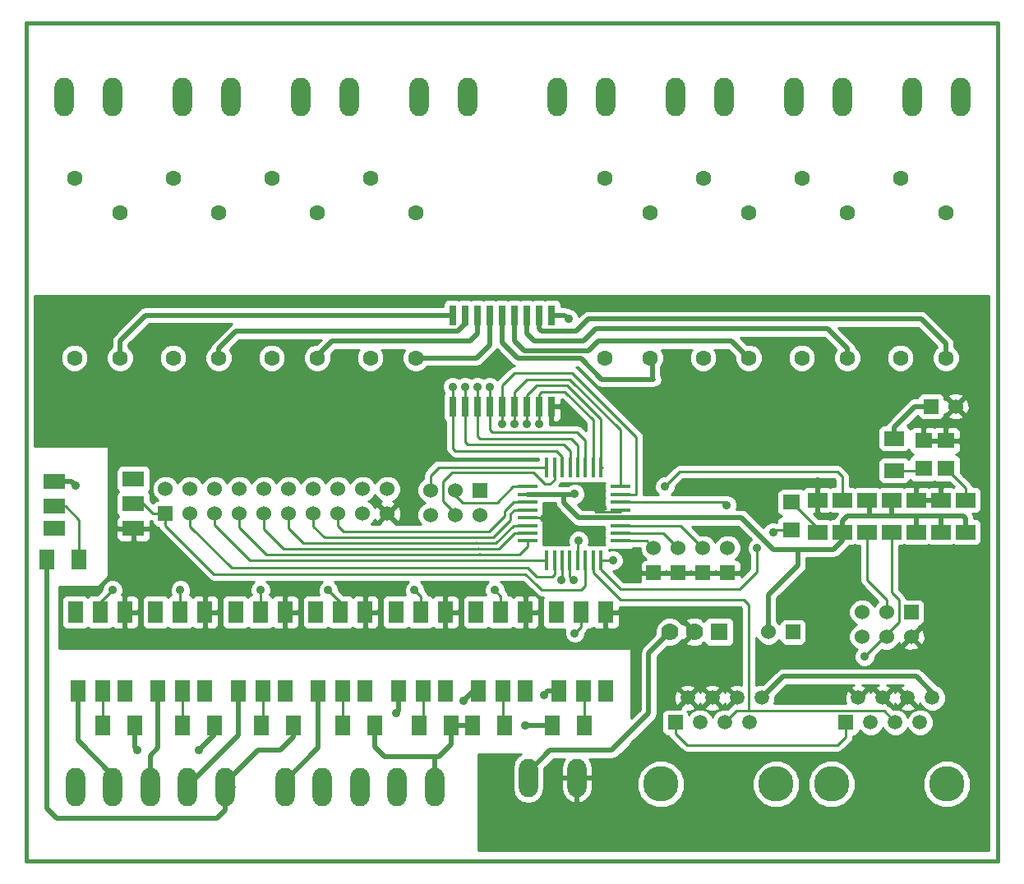
<source format=gtl>
G04 (created by PCBNEW (2012-nov-02)-testing) date mer. 17 avril 2013 15:57:01 CEST*
%MOIN*%
G04 Gerber Fmt 3.4, Leading zero omitted, Abs format*
%FSLAX34Y34*%
G01*
G70*
G90*
G04 APERTURE LIST*
%ADD10C,2.3622e-06*%
%ADD11C,0.015*%
%ADD12R,0.03X0.0787402*%
%ADD13R,0.06X0.06*%
%ADD14C,0.06*%
%ADD15R,0.0787X0.0177*%
%ADD16R,0.0177X0.0787*%
%ADD17O,0.078X0.156*%
%ADD18R,0.062X0.09*%
%ADD19C,0.063*%
%ADD20R,0.0709X0.0629*%
%ADD21C,0.1437*%
%ADD22R,0.0591X0.0591*%
%ADD23C,0.0591*%
%ADD24R,0.06X0.08*%
%ADD25R,0.08X0.06*%
%ADD26R,0.09X0.062*%
%ADD27C,0.07*%
%ADD28R,0.07X0.07*%
%ADD29C,0.035*%
%ADD30C,0.0197*%
%ADD31C,0.01*%
G04 APERTURE END LIST*
G54D10*
G54D11*
X71500Y-62000D02*
X110900Y-62000D01*
X71500Y-28000D02*
X110900Y-28000D01*
X110900Y-28000D02*
X110800Y-28000D01*
X110900Y-62000D02*
X110900Y-28000D01*
X71500Y-62000D02*
X71500Y-28000D01*
G54D12*
X88800Y-43550D03*
X89300Y-43550D03*
X89800Y-43550D03*
X90300Y-43550D03*
X90800Y-43550D03*
X91300Y-43550D03*
X91800Y-43550D03*
X92300Y-43550D03*
X92800Y-43550D03*
X92800Y-39850D03*
X92300Y-39850D03*
X91800Y-39850D03*
X88800Y-39849D03*
X89300Y-39850D03*
X89800Y-39850D03*
X90300Y-39850D03*
X90800Y-39850D03*
X91300Y-39850D03*
G54D13*
X77150Y-47900D03*
G54D14*
X77150Y-46900D03*
X78150Y-47900D03*
X78150Y-46900D03*
X79150Y-47900D03*
X79150Y-46900D03*
X80150Y-47900D03*
X80150Y-46900D03*
X81150Y-47900D03*
X81150Y-46900D03*
X82150Y-47900D03*
X82150Y-46900D03*
X83150Y-47900D03*
X83150Y-46900D03*
X84150Y-47900D03*
X84150Y-46900D03*
X85150Y-47900D03*
X85150Y-46900D03*
X86150Y-47900D03*
X86150Y-46900D03*
G54D13*
X102600Y-52700D03*
G54D14*
X101600Y-52700D03*
G54D15*
X95596Y-46807D03*
X95596Y-47122D03*
X95596Y-47437D03*
X95596Y-47752D03*
X95596Y-48067D03*
X95596Y-48382D03*
X95596Y-48697D03*
X95596Y-49012D03*
X91830Y-49010D03*
X91830Y-46800D03*
X91830Y-47120D03*
X91830Y-47440D03*
X91830Y-47750D03*
X91830Y-48070D03*
X91830Y-48380D03*
X91830Y-48700D03*
G54D16*
X94812Y-49800D03*
X94498Y-49800D03*
X94182Y-49800D03*
X93868Y-49800D03*
X93552Y-49800D03*
X93238Y-49800D03*
X92922Y-49800D03*
X92608Y-49800D03*
X94810Y-46020D03*
X94500Y-46020D03*
X94180Y-46020D03*
X93870Y-46020D03*
X93560Y-46020D03*
X93240Y-46020D03*
X92920Y-46020D03*
X92600Y-46020D03*
G54D17*
X91860Y-58625D03*
X93830Y-58625D03*
G54D18*
X89850Y-55100D03*
X90850Y-55100D03*
X91750Y-55100D03*
X91750Y-51900D03*
X90750Y-51900D03*
X89750Y-51900D03*
X93100Y-55100D03*
X94100Y-55100D03*
X95000Y-55100D03*
X95000Y-51900D03*
X94000Y-51900D03*
X93000Y-51900D03*
X86600Y-55100D03*
X87600Y-55100D03*
X88500Y-55100D03*
X88500Y-51900D03*
X87500Y-51900D03*
X86500Y-51900D03*
X83350Y-55100D03*
X84350Y-55100D03*
X85250Y-55100D03*
X85250Y-51900D03*
X84250Y-51900D03*
X83250Y-51900D03*
X80100Y-55100D03*
X81100Y-55100D03*
X82000Y-55100D03*
X82000Y-51900D03*
X81000Y-51900D03*
X80000Y-51900D03*
X76850Y-55100D03*
X77850Y-55100D03*
X78750Y-55100D03*
X78750Y-51900D03*
X77750Y-51900D03*
X76750Y-51900D03*
X73600Y-55100D03*
X74600Y-55100D03*
X75500Y-55100D03*
X75500Y-51900D03*
X74500Y-51900D03*
X73500Y-51900D03*
G54D17*
X82000Y-59000D03*
X83515Y-59000D03*
X85031Y-59000D03*
X86547Y-59000D03*
X88062Y-59000D03*
X73500Y-59000D03*
X75015Y-59000D03*
X76531Y-59000D03*
X78047Y-59000D03*
X79562Y-59000D03*
G54D19*
X98953Y-41587D03*
X100803Y-41587D03*
X100803Y-35681D03*
X98953Y-34303D03*
X85453Y-41587D03*
X87303Y-41587D03*
X87303Y-35681D03*
X85453Y-34303D03*
X102953Y-41587D03*
X104803Y-41587D03*
X104803Y-35681D03*
X102953Y-34303D03*
X81453Y-41587D03*
X83303Y-41587D03*
X83303Y-35681D03*
X81453Y-34303D03*
X106953Y-41587D03*
X108803Y-41587D03*
X108803Y-35681D03*
X106953Y-34303D03*
X77453Y-41587D03*
X79303Y-41587D03*
X79303Y-35681D03*
X77453Y-34303D03*
X73453Y-41587D03*
X75303Y-41587D03*
X75303Y-35681D03*
X73453Y-34303D03*
X94953Y-41587D03*
X96803Y-41587D03*
X96803Y-35681D03*
X94953Y-34303D03*
G54D13*
X107400Y-51900D03*
G54D14*
X107400Y-52900D03*
X106400Y-51900D03*
X106400Y-52900D03*
X105400Y-51900D03*
X105400Y-52900D03*
G54D20*
X108800Y-46059D03*
X108800Y-44941D03*
X107900Y-46059D03*
X107900Y-44941D03*
X102550Y-48559D03*
X102550Y-47441D03*
G54D17*
X89390Y-31000D03*
X87420Y-31000D03*
X84590Y-31000D03*
X82620Y-31000D03*
X79790Y-31000D03*
X77820Y-31000D03*
X94990Y-31000D03*
X93020Y-31000D03*
X74990Y-31000D03*
X73020Y-31000D03*
X99790Y-31000D03*
X97820Y-31000D03*
X109390Y-31000D03*
X107420Y-31000D03*
X104590Y-31000D03*
X102620Y-31000D03*
G54D13*
X99950Y-50300D03*
G54D14*
X99950Y-49300D03*
G54D13*
X98950Y-50300D03*
G54D14*
X98950Y-49300D03*
G54D13*
X96950Y-50300D03*
G54D14*
X96950Y-49300D03*
G54D13*
X108200Y-43550D03*
G54D14*
X109200Y-43550D03*
G54D13*
X97950Y-50300D03*
G54D14*
X97950Y-49300D03*
G54D21*
X101913Y-58875D03*
X97240Y-58875D03*
G54D22*
X97825Y-56375D03*
G54D23*
X98325Y-55375D03*
X98825Y-56375D03*
X99325Y-55375D03*
X99825Y-56375D03*
X100325Y-55375D03*
X100825Y-56375D03*
X101325Y-55375D03*
G54D21*
X108838Y-58875D03*
X104165Y-58875D03*
G54D22*
X104750Y-56375D03*
G54D23*
X105250Y-55375D03*
X105750Y-56375D03*
X106250Y-55375D03*
X106750Y-56375D03*
X107250Y-55375D03*
X107750Y-56375D03*
X108250Y-55375D03*
G54D24*
X84350Y-56500D03*
X85650Y-56500D03*
G54D25*
X104600Y-48650D03*
X104600Y-47350D03*
X103600Y-48650D03*
X103600Y-47350D03*
X108600Y-48650D03*
X108600Y-47350D03*
X107600Y-48650D03*
X107600Y-47350D03*
X106700Y-44850D03*
X106700Y-46150D03*
G54D24*
X77850Y-56500D03*
X79150Y-56500D03*
G54D25*
X109600Y-48650D03*
X109600Y-47350D03*
G54D24*
X74600Y-56500D03*
X75900Y-56500D03*
X81050Y-56500D03*
X82350Y-56500D03*
X94150Y-56500D03*
X92850Y-56500D03*
X87450Y-56500D03*
X88750Y-56500D03*
X90900Y-56500D03*
X89600Y-56500D03*
G54D13*
X89900Y-46950D03*
G54D14*
X89900Y-47950D03*
X88900Y-46950D03*
X88900Y-47950D03*
X87900Y-46950D03*
X87900Y-47950D03*
G54D26*
X72650Y-46600D03*
X72650Y-47600D03*
X72650Y-48500D03*
X75850Y-48500D03*
X75850Y-47500D03*
X75850Y-46500D03*
G54D24*
X73650Y-49750D03*
X72350Y-49750D03*
G54D27*
X97600Y-52700D03*
X98600Y-52700D03*
G54D28*
X99600Y-52700D03*
G54D25*
X106600Y-47350D03*
X106600Y-48650D03*
X105600Y-47350D03*
X105600Y-48650D03*
G54D29*
X93500Y-40000D03*
X93750Y-47100D03*
X99900Y-47550D03*
X75000Y-51000D03*
X77750Y-51000D03*
X81000Y-51000D03*
X83750Y-51000D03*
X87250Y-51000D03*
X90500Y-51000D03*
X93750Y-52750D03*
X78500Y-57500D03*
X76000Y-57500D03*
X91750Y-56500D03*
X103600Y-46600D03*
X92500Y-48100D03*
X94400Y-47600D03*
X93500Y-43900D03*
X73500Y-46750D03*
X86500Y-56000D03*
X89250Y-55500D03*
X92500Y-55250D03*
X95300Y-49800D03*
X101150Y-49300D03*
X101800Y-48650D03*
X88800Y-42750D03*
X89300Y-42750D03*
X89800Y-42750D03*
X90300Y-42750D03*
X90800Y-44250D03*
X91300Y-44250D03*
X91800Y-44250D03*
X92300Y-44250D03*
X97400Y-46800D03*
X93900Y-49000D03*
X93700Y-50600D03*
X105500Y-53700D03*
X93200Y-50600D03*
G54D30*
X91860Y-58625D02*
X91860Y-58390D01*
X96750Y-53550D02*
X97600Y-52700D01*
X96750Y-56000D02*
X96750Y-53550D01*
X95250Y-57500D02*
X96750Y-56000D01*
X92750Y-57500D02*
X95250Y-57500D01*
X91860Y-58390D02*
X92750Y-57500D01*
X92800Y-39850D02*
X93350Y-39850D01*
X93350Y-39850D02*
X93500Y-40000D01*
X106700Y-44850D02*
X106700Y-44400D01*
X107550Y-43550D02*
X108200Y-43550D01*
X106700Y-44400D02*
X107550Y-43550D01*
X105700Y-48000D02*
X105700Y-47450D01*
X105700Y-47450D02*
X105600Y-47350D01*
X104600Y-48650D02*
X104600Y-48200D01*
X104800Y-48000D02*
X105700Y-48000D01*
X105700Y-48000D02*
X106700Y-48000D01*
X104600Y-48200D02*
X104800Y-48000D01*
X101600Y-52700D02*
X101600Y-51200D01*
X102800Y-50000D02*
X102800Y-49350D01*
X101600Y-51200D02*
X102800Y-50000D01*
X106600Y-48000D02*
X106600Y-47700D01*
X106700Y-48000D02*
X106600Y-48000D01*
X106600Y-47700D02*
X106600Y-47350D01*
X106900Y-48000D02*
X106700Y-48000D01*
X106900Y-48000D02*
X107600Y-48000D01*
X107600Y-48650D02*
X107600Y-48000D01*
X108600Y-48650D02*
X108600Y-48000D01*
X109600Y-48100D02*
X109600Y-48650D01*
X109500Y-48000D02*
X109600Y-48100D01*
X107600Y-48000D02*
X108600Y-48000D01*
X108600Y-48000D02*
X109500Y-48000D01*
X101800Y-49350D02*
X102800Y-49350D01*
X95596Y-48067D02*
X100517Y-48067D01*
X100517Y-48067D02*
X101800Y-49350D01*
X102800Y-49350D02*
X104250Y-49350D01*
X104250Y-49350D02*
X104600Y-49000D01*
X104600Y-49000D02*
X104600Y-48650D01*
X93770Y-47120D02*
X93300Y-47120D01*
X93750Y-47100D02*
X93750Y-47120D01*
X93750Y-47120D02*
X93770Y-47120D01*
X93300Y-47120D02*
X93300Y-47450D01*
X93300Y-47450D02*
X93917Y-48067D01*
X93917Y-48067D02*
X94717Y-48067D01*
X94717Y-48067D02*
X95596Y-48067D01*
X91830Y-47120D02*
X93300Y-47120D01*
G54D31*
X100800Y-55900D02*
X100800Y-55800D01*
X94498Y-50298D02*
X95600Y-51400D01*
X95600Y-51400D02*
X100600Y-51400D01*
X100600Y-51400D02*
X100800Y-51600D01*
X100800Y-51600D02*
X100800Y-55800D01*
X94498Y-50298D02*
X94498Y-49800D01*
X106300Y-55900D02*
X100800Y-55900D01*
X106750Y-56350D02*
X106300Y-55900D01*
X106750Y-56375D02*
X106750Y-56350D01*
X100300Y-55900D02*
X99825Y-56375D01*
X100800Y-55900D02*
X100300Y-55900D01*
G54D30*
X101325Y-55375D02*
X102200Y-54500D01*
X108250Y-55150D02*
X108250Y-55375D01*
X102200Y-54500D02*
X107600Y-54500D01*
X107600Y-54500D02*
X108250Y-55150D01*
G54D31*
X95596Y-49012D02*
X96662Y-49012D01*
X96662Y-49012D02*
X96950Y-49300D01*
X95596Y-48697D02*
X97347Y-48697D01*
X97347Y-48697D02*
X97950Y-49300D01*
X95596Y-48382D02*
X98032Y-48382D01*
X98032Y-48382D02*
X98950Y-49300D01*
X95596Y-48382D02*
X96018Y-48382D01*
X95596Y-47437D02*
X99787Y-47437D01*
X99787Y-47437D02*
X99900Y-47550D01*
X75850Y-47500D02*
X76250Y-47500D01*
X76650Y-47900D02*
X77150Y-47900D01*
X76250Y-47500D02*
X76650Y-47900D01*
X90950Y-50350D02*
X91750Y-50350D01*
X94000Y-51000D02*
X94182Y-50818D01*
X94182Y-50818D02*
X94182Y-50468D01*
X92200Y-50800D02*
X92400Y-51000D01*
X94182Y-49800D02*
X94182Y-50468D01*
X90950Y-50350D02*
X81375Y-50350D01*
X91750Y-50350D02*
X92200Y-50800D01*
X92400Y-51000D02*
X93650Y-51000D01*
X93650Y-51000D02*
X94000Y-51000D01*
X77150Y-48300D02*
X77100Y-48300D01*
X77100Y-48300D02*
X77150Y-48300D01*
X81375Y-50350D02*
X79100Y-50350D01*
X77150Y-48400D02*
X77150Y-48300D01*
X77150Y-48300D02*
X77150Y-47900D01*
X79100Y-50350D02*
X77150Y-48400D01*
X81375Y-50350D02*
X81350Y-50350D01*
X74500Y-51900D02*
X74500Y-51500D01*
X74500Y-51500D02*
X75000Y-51000D01*
X91850Y-50100D02*
X91050Y-50100D01*
X78150Y-48425D02*
X78150Y-47900D01*
X79825Y-50100D02*
X78150Y-48425D01*
X91050Y-50100D02*
X79825Y-50100D01*
X91850Y-50100D02*
X91900Y-50150D01*
X92922Y-49800D02*
X92922Y-50372D01*
X92844Y-50450D02*
X92200Y-50450D01*
X92200Y-50450D02*
X91900Y-50150D01*
X91900Y-50150D02*
X91850Y-50100D01*
X92922Y-50372D02*
X92844Y-50450D01*
X77750Y-51900D02*
X77750Y-51000D01*
X92608Y-49800D02*
X91808Y-49800D01*
X80575Y-49800D02*
X91808Y-49800D01*
X79150Y-48375D02*
X80575Y-49800D01*
X79150Y-48375D02*
X79150Y-47900D01*
X81000Y-51900D02*
X81000Y-51000D01*
X89800Y-49550D02*
X89875Y-49550D01*
X89100Y-49550D02*
X81250Y-49550D01*
X81250Y-49550D02*
X80150Y-48450D01*
X80150Y-47900D02*
X80150Y-48450D01*
X89800Y-49550D02*
X89100Y-49550D01*
X89900Y-49525D02*
X89900Y-49550D01*
X89875Y-49550D02*
X89900Y-49525D01*
X89900Y-49550D02*
X89900Y-49550D01*
X89900Y-49550D02*
X91500Y-49550D01*
X91830Y-49220D02*
X91830Y-49010D01*
X91500Y-49550D02*
X91830Y-49220D01*
X84250Y-51900D02*
X84250Y-51500D01*
X84250Y-51500D02*
X83750Y-51000D01*
X89000Y-49325D02*
X89825Y-49325D01*
X89825Y-49325D02*
X89825Y-49300D01*
X89825Y-49300D02*
X89825Y-49325D01*
X90550Y-49325D02*
X90675Y-49325D01*
X91300Y-48700D02*
X91830Y-48700D01*
X91300Y-48700D02*
X90675Y-49325D01*
X89825Y-49325D02*
X90550Y-49325D01*
X89000Y-49325D02*
X89000Y-49325D01*
X89000Y-49325D02*
X81950Y-49325D01*
X81950Y-49325D02*
X81150Y-48525D01*
X81150Y-47900D02*
X81150Y-48525D01*
X89800Y-49325D02*
X89825Y-49325D01*
X87500Y-51900D02*
X87500Y-51250D01*
X87500Y-51250D02*
X87250Y-51000D01*
X88900Y-49100D02*
X89725Y-49100D01*
X89725Y-49100D02*
X89725Y-49075D01*
X89725Y-49075D02*
X89725Y-49100D01*
X89725Y-49100D02*
X89725Y-49100D01*
X89725Y-49100D02*
X90550Y-49100D01*
X90550Y-49100D02*
X91270Y-48380D01*
X91270Y-48380D02*
X91830Y-48380D01*
X88925Y-49100D02*
X88900Y-49100D01*
X88900Y-49100D02*
X82750Y-49100D01*
X82750Y-49100D02*
X82150Y-48500D01*
X82150Y-47900D02*
X82150Y-48500D01*
X90750Y-51900D02*
X90750Y-51250D01*
X90750Y-51250D02*
X90500Y-51000D01*
X90175Y-48875D02*
X90425Y-48875D01*
X89600Y-48875D02*
X90175Y-48875D01*
X88800Y-48875D02*
X83600Y-48875D01*
X83600Y-48875D02*
X83150Y-48425D01*
X83150Y-47900D02*
X83150Y-48425D01*
X91300Y-47750D02*
X91830Y-47750D01*
X88800Y-48875D02*
X89600Y-48875D01*
X91150Y-47900D02*
X91300Y-47750D01*
X91150Y-48150D02*
X91150Y-47900D01*
X90425Y-48875D02*
X91150Y-48150D01*
X94000Y-51900D02*
X94000Y-52500D01*
X94000Y-52500D02*
X93750Y-52750D01*
X91830Y-47440D02*
X91260Y-47440D01*
X90900Y-47800D02*
X91200Y-47500D01*
X90900Y-48000D02*
X90900Y-47800D01*
X90275Y-48625D02*
X90900Y-48000D01*
X90275Y-48625D02*
X90000Y-48625D01*
X91260Y-47440D02*
X91200Y-47500D01*
X84150Y-47900D02*
X84150Y-48400D01*
X89525Y-48625D02*
X90000Y-48625D01*
X88750Y-48625D02*
X89525Y-48625D01*
X88725Y-48625D02*
X88750Y-48625D01*
X84375Y-48625D02*
X88725Y-48625D01*
X84150Y-48400D02*
X84375Y-48625D01*
X90000Y-48625D02*
X90025Y-48625D01*
G54D30*
X79562Y-59000D02*
X79562Y-58837D01*
X82350Y-56950D02*
X82350Y-56500D01*
X81800Y-57500D02*
X82350Y-56950D01*
X80900Y-57500D02*
X81800Y-57500D01*
X79562Y-58837D02*
X80900Y-57500D01*
X72350Y-49750D02*
X72350Y-59850D01*
X79562Y-59937D02*
X79562Y-59000D01*
X79250Y-60250D02*
X79562Y-59937D01*
X72750Y-60250D02*
X79250Y-60250D01*
X72350Y-59850D02*
X72750Y-60250D01*
X79562Y-59000D02*
X79900Y-59000D01*
X79150Y-56500D02*
X79150Y-56850D01*
X79150Y-56850D02*
X78500Y-57500D01*
X75900Y-56500D02*
X75900Y-57400D01*
X75900Y-57400D02*
X76000Y-57500D01*
X85650Y-56500D02*
X85650Y-57350D01*
X86050Y-57750D02*
X88062Y-57750D01*
X85650Y-57350D02*
X86050Y-57750D01*
X88062Y-59000D02*
X88062Y-57750D01*
X88100Y-57800D02*
X88100Y-57750D01*
X88100Y-57787D02*
X88100Y-57800D01*
X88062Y-57750D02*
X88100Y-57787D01*
X88000Y-58937D02*
X88062Y-59000D01*
X88100Y-57750D02*
X88250Y-57750D01*
X88250Y-57750D02*
X88750Y-57250D01*
X88750Y-57250D02*
X88750Y-56500D01*
X89600Y-56500D02*
X88750Y-56500D01*
X92850Y-56500D02*
X91750Y-56500D01*
G54D31*
X103600Y-47350D02*
X103600Y-46600D01*
X92470Y-48070D02*
X91830Y-48070D01*
X92500Y-48100D02*
X92470Y-48070D01*
X92800Y-43550D02*
X93150Y-43550D01*
X95596Y-47818D02*
X95596Y-47752D01*
X94618Y-47818D02*
X95596Y-47818D01*
X94400Y-47600D02*
X94618Y-47818D01*
X93150Y-43550D02*
X93500Y-43900D01*
G54D30*
X72650Y-46600D02*
X73350Y-46600D01*
X73350Y-46600D02*
X73500Y-46750D01*
X75015Y-59000D02*
X75015Y-58515D01*
X73600Y-57100D02*
X73600Y-55100D01*
X75015Y-58515D02*
X73600Y-57100D01*
X76531Y-59000D02*
X76531Y-57718D01*
X76850Y-57400D02*
X76850Y-55100D01*
X76531Y-57718D02*
X76850Y-57400D01*
X78047Y-59000D02*
X78047Y-58952D01*
X80100Y-56900D02*
X80100Y-55100D01*
X78047Y-58952D02*
X80100Y-56900D01*
X82000Y-59000D02*
X82000Y-58750D01*
X83350Y-57400D02*
X83350Y-55100D01*
X82000Y-58750D02*
X83350Y-57400D01*
X86600Y-55900D02*
X86600Y-55100D01*
X86500Y-56000D02*
X86600Y-55900D01*
X89650Y-55100D02*
X89850Y-55100D01*
X89250Y-55500D02*
X89650Y-55100D01*
X93100Y-55100D02*
X92650Y-55100D01*
X92650Y-55100D02*
X92500Y-55250D01*
G54D31*
X95300Y-49800D02*
X94812Y-49800D01*
X94812Y-49800D02*
X94812Y-50162D01*
X94812Y-50162D02*
X95600Y-50950D01*
X95600Y-50950D02*
X100450Y-50950D01*
X100450Y-50950D02*
X101150Y-50250D01*
X101150Y-50250D02*
X101150Y-49300D01*
X101800Y-48650D02*
X101891Y-48559D01*
X101891Y-48559D02*
X102550Y-48559D01*
X87900Y-46950D02*
X87900Y-46350D01*
X88230Y-46020D02*
X92600Y-46020D01*
X87900Y-46350D02*
X88230Y-46020D01*
X88900Y-47950D02*
X88900Y-47900D01*
X92920Y-46530D02*
X92920Y-46020D01*
X92750Y-46700D02*
X92920Y-46530D01*
X92550Y-46700D02*
X92750Y-46700D01*
X92070Y-46220D02*
X92550Y-46700D01*
X88779Y-46220D02*
X92070Y-46220D01*
X88400Y-46600D02*
X88779Y-46220D01*
X88400Y-47400D02*
X88400Y-46600D01*
X88900Y-47900D02*
X88400Y-47400D01*
X90850Y-55100D02*
X90850Y-56450D01*
X90850Y-56450D02*
X90900Y-56500D01*
X94150Y-56500D02*
X94150Y-55150D01*
X94150Y-55150D02*
X94100Y-55100D01*
X84350Y-55100D02*
X84350Y-56500D01*
X84250Y-55200D02*
X84350Y-55100D01*
X81100Y-55100D02*
X81100Y-56450D01*
X81100Y-56450D02*
X81050Y-56500D01*
X87600Y-55100D02*
X87600Y-56350D01*
X87600Y-56350D02*
X87450Y-56500D01*
X103600Y-48650D02*
X103600Y-48491D01*
X103600Y-48491D02*
X102550Y-47441D01*
X73650Y-49750D02*
X73650Y-48150D01*
X73100Y-47600D02*
X72650Y-47600D01*
X73650Y-48150D02*
X73100Y-47600D01*
X74600Y-56500D02*
X74600Y-55100D01*
X77850Y-56500D02*
X77850Y-55100D01*
X106700Y-46150D02*
X107809Y-46150D01*
X107809Y-46150D02*
X107900Y-46059D01*
X109600Y-47350D02*
X109600Y-46859D01*
X109600Y-46859D02*
X108800Y-46059D01*
X88800Y-42750D02*
X88800Y-43550D01*
X89100Y-45350D02*
X88900Y-45350D01*
X89100Y-45350D02*
X93000Y-45350D01*
X93000Y-45350D02*
X93240Y-45590D01*
X93240Y-46020D02*
X93240Y-45590D01*
X88800Y-45050D02*
X88800Y-43550D01*
X88800Y-45250D02*
X88800Y-45050D01*
X88900Y-45350D02*
X88800Y-45250D01*
X89300Y-43550D02*
X89300Y-42750D01*
X89550Y-45100D02*
X89400Y-45100D01*
X89300Y-44900D02*
X89300Y-43550D01*
X89300Y-45000D02*
X89300Y-44900D01*
X89400Y-45100D02*
X89300Y-45000D01*
X93560Y-45360D02*
X93560Y-46020D01*
X93300Y-45100D02*
X93560Y-45360D01*
X89500Y-45100D02*
X89550Y-45100D01*
X89550Y-45100D02*
X93300Y-45100D01*
X89800Y-42750D02*
X89800Y-43550D01*
X90050Y-44850D02*
X89900Y-44850D01*
X90050Y-44850D02*
X93600Y-44850D01*
X93600Y-44850D02*
X93870Y-45120D01*
X93870Y-46020D02*
X93870Y-45120D01*
X89800Y-44600D02*
X89800Y-43550D01*
X89800Y-44750D02*
X89800Y-44600D01*
X89900Y-44850D02*
X89800Y-44750D01*
X90300Y-42750D02*
X90300Y-43550D01*
X90400Y-44600D02*
X90550Y-44600D01*
X90300Y-44500D02*
X90400Y-44600D01*
X90300Y-44350D02*
X90300Y-44500D01*
X90550Y-44600D02*
X93850Y-44600D01*
X93850Y-44600D02*
X94180Y-44930D01*
X94180Y-46020D02*
X94180Y-44930D01*
X90300Y-44350D02*
X90300Y-43550D01*
X96228Y-47122D02*
X96250Y-47100D01*
X96250Y-47100D02*
X96250Y-44800D01*
X90800Y-44250D02*
X90800Y-43550D01*
X95596Y-47122D02*
X96228Y-47122D01*
X96250Y-44800D02*
X93650Y-42200D01*
X93650Y-42200D02*
X91300Y-42200D01*
X91300Y-42200D02*
X90800Y-42700D01*
X90800Y-42700D02*
X90800Y-43550D01*
X91300Y-43550D02*
X91300Y-44250D01*
X91300Y-43550D02*
X91300Y-42950D01*
X95596Y-44496D02*
X95596Y-46807D01*
X93550Y-42450D02*
X95596Y-44496D01*
X91800Y-42450D02*
X93550Y-42450D01*
X91300Y-42950D02*
X91800Y-42450D01*
X91800Y-43550D02*
X91800Y-44250D01*
X91800Y-43550D02*
X91800Y-43100D01*
X94810Y-44060D02*
X94810Y-46020D01*
X93450Y-42700D02*
X94810Y-44060D01*
X92200Y-42700D02*
X93450Y-42700D01*
X91800Y-43100D02*
X92200Y-42700D01*
X94810Y-46020D02*
X94880Y-46020D01*
X92300Y-43550D02*
X92300Y-44250D01*
X92300Y-43550D02*
X92300Y-43050D01*
X94500Y-44100D02*
X94500Y-46020D01*
X93350Y-42950D02*
X94500Y-44100D01*
X92400Y-42950D02*
X93350Y-42950D01*
X92300Y-43050D02*
X92400Y-42950D01*
G54D30*
X88800Y-39849D02*
X76350Y-39849D01*
X75303Y-40897D02*
X75303Y-41587D01*
X76350Y-39849D02*
X75303Y-40897D01*
X89300Y-39850D02*
X89300Y-40200D01*
X79303Y-41197D02*
X79303Y-41587D01*
X80000Y-40500D02*
X79303Y-41197D01*
X89000Y-40500D02*
X80000Y-40500D01*
X89300Y-40200D02*
X89000Y-40500D01*
X83303Y-41587D02*
X83303Y-41497D01*
X89800Y-40600D02*
X89600Y-40800D01*
X89800Y-40600D02*
X89800Y-39850D01*
X89500Y-40900D02*
X89600Y-40800D01*
X83900Y-40900D02*
X89500Y-40900D01*
X83303Y-41497D02*
X83900Y-40900D01*
X87303Y-41587D02*
X89763Y-41587D01*
X90300Y-41050D02*
X89763Y-41587D01*
X90300Y-41050D02*
X90300Y-39850D01*
X94000Y-41600D02*
X91450Y-41600D01*
X96900Y-42450D02*
X96900Y-41684D01*
X96900Y-41684D02*
X96803Y-41587D01*
X90800Y-40950D02*
X90800Y-39850D01*
X91450Y-41600D02*
X90800Y-40950D01*
X94850Y-42450D02*
X94000Y-41600D01*
X96950Y-42450D02*
X96900Y-42450D01*
X96900Y-42450D02*
X94850Y-42450D01*
X91300Y-39850D02*
X91300Y-40900D01*
X100116Y-40900D02*
X100803Y-41587D01*
X94700Y-40900D02*
X100116Y-40900D01*
X94300Y-41300D02*
X94700Y-40900D01*
X91700Y-41300D02*
X94300Y-41300D01*
X91300Y-40900D02*
X91700Y-41300D01*
X102900Y-40400D02*
X104000Y-40400D01*
X104100Y-40500D02*
X104803Y-41203D01*
X104097Y-40497D02*
X104100Y-40500D01*
X104803Y-41587D02*
X104803Y-41203D01*
X94600Y-40400D02*
X100500Y-40400D01*
X100500Y-40400D02*
X102900Y-40400D01*
X91800Y-40600D02*
X91800Y-39850D01*
X94100Y-40900D02*
X94502Y-40497D01*
X92100Y-40900D02*
X94100Y-40900D01*
X91800Y-40600D02*
X92100Y-40900D01*
X94502Y-40497D02*
X94600Y-40400D01*
X104000Y-40400D02*
X104097Y-40497D01*
X108000Y-40200D02*
X107800Y-40000D01*
X93800Y-40500D02*
X94300Y-40000D01*
X94300Y-40000D02*
X107800Y-40000D01*
X92300Y-40400D02*
X92300Y-39850D01*
X92300Y-40400D02*
X92400Y-40500D01*
X92400Y-40500D02*
X93800Y-40500D01*
X108000Y-40200D02*
X108000Y-40200D01*
X108000Y-40200D02*
X108803Y-41003D01*
X108803Y-41003D02*
X108803Y-41587D01*
G54D31*
X104600Y-47350D02*
X104600Y-46400D01*
X98000Y-46200D02*
X97400Y-46800D01*
X104400Y-46200D02*
X98000Y-46200D01*
X104600Y-46400D02*
X104400Y-46200D01*
X93868Y-49800D02*
X93868Y-49032D01*
X93868Y-49032D02*
X93900Y-49000D01*
X88900Y-46950D02*
X88900Y-47150D01*
X91250Y-46800D02*
X91830Y-46800D01*
X90600Y-47450D02*
X91250Y-46800D01*
X89200Y-47450D02*
X90600Y-47450D01*
X88900Y-47150D02*
X89200Y-47450D01*
X105600Y-48650D02*
X105600Y-50600D01*
X106400Y-51400D02*
X106400Y-51900D01*
X105600Y-50600D02*
X106400Y-51400D01*
X93552Y-50452D02*
X93700Y-50600D01*
X93552Y-49800D02*
X93552Y-50452D01*
X106300Y-52900D02*
X106400Y-52900D01*
X105500Y-53700D02*
X106300Y-52900D01*
X106400Y-52900D02*
X106400Y-52800D01*
X106400Y-52800D02*
X106900Y-52300D01*
X106900Y-52300D02*
X106900Y-51400D01*
X106900Y-51400D02*
X106600Y-51100D01*
X106600Y-51100D02*
X106600Y-48650D01*
X93238Y-50562D02*
X93200Y-50600D01*
X93238Y-49800D02*
X93238Y-50562D01*
X97825Y-56375D02*
X97825Y-56825D01*
X97825Y-56825D02*
X98300Y-57300D01*
X98300Y-57300D02*
X104400Y-57300D01*
X104400Y-57300D02*
X104750Y-56950D01*
X104750Y-56950D02*
X104750Y-56375D01*
G54D10*
G36*
X89976Y-47955D02*
X89905Y-48026D01*
X89900Y-48020D01*
X89894Y-48026D01*
X89823Y-47955D01*
X89829Y-47950D01*
X89823Y-47944D01*
X89894Y-47873D01*
X89900Y-47879D01*
X89905Y-47873D01*
X89976Y-47944D01*
X89970Y-47950D01*
X89976Y-47955D01*
X89976Y-47955D01*
G37*
G54D31*
X89976Y-47955D02*
X89905Y-48026D01*
X89900Y-48020D01*
X89894Y-48026D01*
X89823Y-47955D01*
X89829Y-47950D01*
X89823Y-47944D01*
X89894Y-47873D01*
X89900Y-47879D01*
X89905Y-47873D01*
X89976Y-47944D01*
X89970Y-47950D01*
X89976Y-47955D01*
G54D10*
G36*
X94200Y-44525D02*
X94062Y-44387D01*
X93964Y-44322D01*
X93850Y-44300D01*
X93200Y-44300D01*
X93200Y-43894D01*
X93200Y-43662D01*
X93137Y-43600D01*
X92850Y-43600D01*
X92850Y-44131D01*
X92912Y-44193D01*
X92999Y-44193D01*
X93091Y-44155D01*
X93161Y-44085D01*
X93199Y-43993D01*
X93200Y-43894D01*
X93200Y-44300D01*
X92724Y-44300D01*
X92725Y-44165D01*
X92722Y-44158D01*
X92750Y-44131D01*
X92750Y-43600D01*
X92742Y-43600D01*
X92742Y-43500D01*
X92750Y-43500D01*
X92750Y-43492D01*
X92850Y-43492D01*
X92850Y-43500D01*
X93137Y-43500D01*
X93200Y-43437D01*
X93200Y-43250D01*
X93225Y-43250D01*
X94200Y-44224D01*
X94200Y-44525D01*
X94200Y-44525D01*
G37*
G54D31*
X94200Y-44525D02*
X94062Y-44387D01*
X93964Y-44322D01*
X93850Y-44300D01*
X93200Y-44300D01*
X93200Y-43894D01*
X93200Y-43662D01*
X93137Y-43600D01*
X92850Y-43600D01*
X92850Y-44131D01*
X92912Y-44193D01*
X92999Y-44193D01*
X93091Y-44155D01*
X93161Y-44085D01*
X93199Y-43993D01*
X93200Y-43894D01*
X93200Y-44300D01*
X92724Y-44300D01*
X92725Y-44165D01*
X92722Y-44158D01*
X92750Y-44131D01*
X92750Y-43600D01*
X92742Y-43600D01*
X92742Y-43500D01*
X92750Y-43500D01*
X92750Y-43492D01*
X92850Y-43492D01*
X92850Y-43500D01*
X93137Y-43500D01*
X93200Y-43437D01*
X93200Y-43250D01*
X93225Y-43250D01*
X94200Y-44224D01*
X94200Y-44525D01*
G54D10*
G36*
X94960Y-48854D02*
X94952Y-48873D01*
X94952Y-48973D01*
X94952Y-49150D01*
X94956Y-49158D01*
X94950Y-49156D01*
X94850Y-49156D01*
X94673Y-49156D01*
X94655Y-49164D01*
X94636Y-49156D01*
X94536Y-49156D01*
X94359Y-49156D01*
X94340Y-49164D01*
X94320Y-49156D01*
X94295Y-49156D01*
X94324Y-49084D01*
X94325Y-48915D01*
X94260Y-48759D01*
X94141Y-48639D01*
X93984Y-48575D01*
X93815Y-48574D01*
X93659Y-48639D01*
X93539Y-48758D01*
X93475Y-48915D01*
X93474Y-49084D01*
X93504Y-49156D01*
X93413Y-49156D01*
X93395Y-49164D01*
X93376Y-49156D01*
X93276Y-49156D01*
X93099Y-49156D01*
X93080Y-49164D01*
X93060Y-49156D01*
X92960Y-49156D01*
X92783Y-49156D01*
X92765Y-49164D01*
X92746Y-49156D01*
X92646Y-49156D01*
X92470Y-49156D01*
X92473Y-49148D01*
X92473Y-49048D01*
X92473Y-48871D01*
X92466Y-48855D01*
X92473Y-48838D01*
X92473Y-48738D01*
X92473Y-48561D01*
X92464Y-48540D01*
X92473Y-48518D01*
X92473Y-48418D01*
X92473Y-48241D01*
X92466Y-48225D01*
X92473Y-48208D01*
X92473Y-48176D01*
X92411Y-48114D01*
X92399Y-48114D01*
X92365Y-48079D01*
X92329Y-48065D01*
X92364Y-48050D01*
X92389Y-48025D01*
X92411Y-48025D01*
X92473Y-47963D01*
X92473Y-47931D01*
X92464Y-47910D01*
X92473Y-47888D01*
X92473Y-47788D01*
X92473Y-47611D01*
X92466Y-47595D01*
X92473Y-47578D01*
X92473Y-47478D01*
X92473Y-47468D01*
X92955Y-47468D01*
X92978Y-47583D01*
X93053Y-47696D01*
X93670Y-48313D01*
X93783Y-48388D01*
X93783Y-48388D01*
X93917Y-48415D01*
X94717Y-48415D01*
X94952Y-48415D01*
X94952Y-48520D01*
X94960Y-48539D01*
X94952Y-48558D01*
X94952Y-48658D01*
X94952Y-48835D01*
X94960Y-48854D01*
X94960Y-48854D01*
G37*
G54D31*
X94960Y-48854D02*
X94952Y-48873D01*
X94952Y-48973D01*
X94952Y-49150D01*
X94956Y-49158D01*
X94950Y-49156D01*
X94850Y-49156D01*
X94673Y-49156D01*
X94655Y-49164D01*
X94636Y-49156D01*
X94536Y-49156D01*
X94359Y-49156D01*
X94340Y-49164D01*
X94320Y-49156D01*
X94295Y-49156D01*
X94324Y-49084D01*
X94325Y-48915D01*
X94260Y-48759D01*
X94141Y-48639D01*
X93984Y-48575D01*
X93815Y-48574D01*
X93659Y-48639D01*
X93539Y-48758D01*
X93475Y-48915D01*
X93474Y-49084D01*
X93504Y-49156D01*
X93413Y-49156D01*
X93395Y-49164D01*
X93376Y-49156D01*
X93276Y-49156D01*
X93099Y-49156D01*
X93080Y-49164D01*
X93060Y-49156D01*
X92960Y-49156D01*
X92783Y-49156D01*
X92765Y-49164D01*
X92746Y-49156D01*
X92646Y-49156D01*
X92470Y-49156D01*
X92473Y-49148D01*
X92473Y-49048D01*
X92473Y-48871D01*
X92466Y-48855D01*
X92473Y-48838D01*
X92473Y-48738D01*
X92473Y-48561D01*
X92464Y-48540D01*
X92473Y-48518D01*
X92473Y-48418D01*
X92473Y-48241D01*
X92466Y-48225D01*
X92473Y-48208D01*
X92473Y-48176D01*
X92411Y-48114D01*
X92399Y-48114D01*
X92365Y-48079D01*
X92329Y-48065D01*
X92364Y-48050D01*
X92389Y-48025D01*
X92411Y-48025D01*
X92473Y-47963D01*
X92473Y-47931D01*
X92464Y-47910D01*
X92473Y-47888D01*
X92473Y-47788D01*
X92473Y-47611D01*
X92466Y-47595D01*
X92473Y-47578D01*
X92473Y-47478D01*
X92473Y-47468D01*
X92955Y-47468D01*
X92978Y-47583D01*
X93053Y-47696D01*
X93670Y-48313D01*
X93783Y-48388D01*
X93783Y-48388D01*
X93917Y-48415D01*
X94717Y-48415D01*
X94952Y-48415D01*
X94952Y-48520D01*
X94960Y-48539D01*
X94952Y-48558D01*
X94952Y-48658D01*
X94952Y-48835D01*
X94960Y-48854D01*
G54D10*
G36*
X95009Y-47701D02*
X94952Y-47701D01*
X94952Y-47718D01*
X94717Y-47718D01*
X94061Y-47718D01*
X93858Y-47515D01*
X93990Y-47460D01*
X94110Y-47341D01*
X94174Y-47184D01*
X94175Y-47015D01*
X94110Y-46859D01*
X93991Y-46739D01*
X93834Y-46675D01*
X93665Y-46674D01*
X93509Y-46739D01*
X93477Y-46771D01*
X93300Y-46771D01*
X93102Y-46771D01*
X93132Y-46742D01*
X93132Y-46742D01*
X93184Y-46663D01*
X93201Y-46663D01*
X93378Y-46663D01*
X93399Y-46654D01*
X93421Y-46663D01*
X93521Y-46663D01*
X93698Y-46663D01*
X93714Y-46656D01*
X93731Y-46663D01*
X93831Y-46663D01*
X94008Y-46663D01*
X94024Y-46656D01*
X94041Y-46663D01*
X94141Y-46663D01*
X94318Y-46663D01*
X94339Y-46654D01*
X94361Y-46663D01*
X94461Y-46663D01*
X94638Y-46663D01*
X94654Y-46656D01*
X94671Y-46663D01*
X94771Y-46663D01*
X94948Y-46663D01*
X94955Y-46660D01*
X94952Y-46668D01*
X94952Y-46768D01*
X94952Y-46945D01*
X94960Y-46964D01*
X94952Y-46983D01*
X94952Y-47083D01*
X94952Y-47260D01*
X94960Y-47279D01*
X94952Y-47298D01*
X94952Y-47398D01*
X94952Y-47575D01*
X94960Y-47594D01*
X94952Y-47613D01*
X94952Y-47645D01*
X95009Y-47701D01*
X95009Y-47701D01*
G37*
G54D31*
X95009Y-47701D02*
X94952Y-47701D01*
X94952Y-47718D01*
X94717Y-47718D01*
X94061Y-47718D01*
X93858Y-47515D01*
X93990Y-47460D01*
X94110Y-47341D01*
X94174Y-47184D01*
X94175Y-47015D01*
X94110Y-46859D01*
X93991Y-46739D01*
X93834Y-46675D01*
X93665Y-46674D01*
X93509Y-46739D01*
X93477Y-46771D01*
X93300Y-46771D01*
X93102Y-46771D01*
X93132Y-46742D01*
X93132Y-46742D01*
X93184Y-46663D01*
X93201Y-46663D01*
X93378Y-46663D01*
X93399Y-46654D01*
X93421Y-46663D01*
X93521Y-46663D01*
X93698Y-46663D01*
X93714Y-46656D01*
X93731Y-46663D01*
X93831Y-46663D01*
X94008Y-46663D01*
X94024Y-46656D01*
X94041Y-46663D01*
X94141Y-46663D01*
X94318Y-46663D01*
X94339Y-46654D01*
X94361Y-46663D01*
X94461Y-46663D01*
X94638Y-46663D01*
X94654Y-46656D01*
X94671Y-46663D01*
X94771Y-46663D01*
X94948Y-46663D01*
X94955Y-46660D01*
X94952Y-46668D01*
X94952Y-46768D01*
X94952Y-46945D01*
X94960Y-46964D01*
X94952Y-46983D01*
X94952Y-47083D01*
X94952Y-47260D01*
X94960Y-47279D01*
X94952Y-47298D01*
X94952Y-47398D01*
X94952Y-47575D01*
X94960Y-47594D01*
X94952Y-47613D01*
X94952Y-47645D01*
X95009Y-47701D01*
G54D10*
G36*
X100903Y-48945D02*
X100789Y-49058D01*
X100725Y-49215D01*
X100724Y-49384D01*
X100789Y-49540D01*
X100850Y-49601D01*
X100850Y-50125D01*
X100500Y-50475D01*
X100500Y-50412D01*
X100437Y-50350D01*
X100000Y-50350D01*
X100000Y-50357D01*
X99900Y-50357D01*
X99900Y-50350D01*
X99462Y-50350D01*
X99450Y-50362D01*
X99437Y-50350D01*
X99000Y-50350D01*
X99000Y-50357D01*
X98900Y-50357D01*
X98900Y-50350D01*
X98462Y-50350D01*
X98450Y-50362D01*
X98437Y-50350D01*
X98000Y-50350D01*
X98000Y-50357D01*
X97900Y-50357D01*
X97900Y-50350D01*
X97462Y-50350D01*
X97450Y-50362D01*
X97437Y-50350D01*
X97000Y-50350D01*
X97000Y-50357D01*
X96900Y-50357D01*
X96900Y-50350D01*
X96462Y-50350D01*
X96400Y-50412D01*
X96399Y-50649D01*
X96400Y-50650D01*
X95724Y-50650D01*
X95299Y-50224D01*
X95384Y-50225D01*
X95540Y-50160D01*
X95660Y-50041D01*
X95724Y-49884D01*
X95725Y-49715D01*
X95660Y-49559D01*
X95541Y-49439D01*
X95384Y-49375D01*
X95215Y-49374D01*
X95150Y-49401D01*
X95150Y-49356D01*
X95146Y-49348D01*
X95152Y-49350D01*
X95252Y-49350D01*
X96039Y-49350D01*
X96130Y-49312D01*
X96131Y-49312D01*
X96399Y-49312D01*
X96399Y-49408D01*
X96483Y-49611D01*
X96622Y-49750D01*
X96600Y-49750D01*
X96508Y-49788D01*
X96437Y-49858D01*
X96399Y-49950D01*
X96400Y-50187D01*
X96462Y-50250D01*
X96900Y-50250D01*
X96900Y-50242D01*
X97000Y-50242D01*
X97000Y-50250D01*
X97437Y-50250D01*
X97450Y-50237D01*
X97462Y-50250D01*
X97900Y-50250D01*
X97900Y-50242D01*
X98000Y-50242D01*
X98000Y-50250D01*
X98437Y-50250D01*
X98450Y-50237D01*
X98462Y-50250D01*
X98900Y-50250D01*
X98900Y-50242D01*
X99000Y-50242D01*
X99000Y-50250D01*
X99437Y-50250D01*
X99450Y-50237D01*
X99462Y-50250D01*
X99900Y-50250D01*
X99900Y-50242D01*
X100000Y-50242D01*
X100000Y-50250D01*
X100437Y-50250D01*
X100500Y-50187D01*
X100500Y-49950D01*
X100462Y-49858D01*
X100391Y-49788D01*
X100299Y-49750D01*
X100277Y-49750D01*
X100415Y-49611D01*
X100499Y-49409D01*
X100500Y-49191D01*
X100416Y-48988D01*
X100261Y-48834D01*
X100059Y-48750D01*
X99841Y-48749D01*
X99638Y-48833D01*
X99484Y-48988D01*
X99450Y-49069D01*
X99416Y-48988D01*
X99261Y-48834D01*
X99059Y-48750D01*
X98841Y-48749D01*
X98829Y-48754D01*
X98489Y-48415D01*
X100372Y-48415D01*
X100903Y-48945D01*
X100903Y-48945D01*
G37*
G54D31*
X100903Y-48945D02*
X100789Y-49058D01*
X100725Y-49215D01*
X100724Y-49384D01*
X100789Y-49540D01*
X100850Y-49601D01*
X100850Y-50125D01*
X100500Y-50475D01*
X100500Y-50412D01*
X100437Y-50350D01*
X100000Y-50350D01*
X100000Y-50357D01*
X99900Y-50357D01*
X99900Y-50350D01*
X99462Y-50350D01*
X99450Y-50362D01*
X99437Y-50350D01*
X99000Y-50350D01*
X99000Y-50357D01*
X98900Y-50357D01*
X98900Y-50350D01*
X98462Y-50350D01*
X98450Y-50362D01*
X98437Y-50350D01*
X98000Y-50350D01*
X98000Y-50357D01*
X97900Y-50357D01*
X97900Y-50350D01*
X97462Y-50350D01*
X97450Y-50362D01*
X97437Y-50350D01*
X97000Y-50350D01*
X97000Y-50357D01*
X96900Y-50357D01*
X96900Y-50350D01*
X96462Y-50350D01*
X96400Y-50412D01*
X96399Y-50649D01*
X96400Y-50650D01*
X95724Y-50650D01*
X95299Y-50224D01*
X95384Y-50225D01*
X95540Y-50160D01*
X95660Y-50041D01*
X95724Y-49884D01*
X95725Y-49715D01*
X95660Y-49559D01*
X95541Y-49439D01*
X95384Y-49375D01*
X95215Y-49374D01*
X95150Y-49401D01*
X95150Y-49356D01*
X95146Y-49348D01*
X95152Y-49350D01*
X95252Y-49350D01*
X96039Y-49350D01*
X96130Y-49312D01*
X96131Y-49312D01*
X96399Y-49312D01*
X96399Y-49408D01*
X96483Y-49611D01*
X96622Y-49750D01*
X96600Y-49750D01*
X96508Y-49788D01*
X96437Y-49858D01*
X96399Y-49950D01*
X96400Y-50187D01*
X96462Y-50250D01*
X96900Y-50250D01*
X96900Y-50242D01*
X97000Y-50242D01*
X97000Y-50250D01*
X97437Y-50250D01*
X97450Y-50237D01*
X97462Y-50250D01*
X97900Y-50250D01*
X97900Y-50242D01*
X98000Y-50242D01*
X98000Y-50250D01*
X98437Y-50250D01*
X98450Y-50237D01*
X98462Y-50250D01*
X98900Y-50250D01*
X98900Y-50242D01*
X99000Y-50242D01*
X99000Y-50250D01*
X99437Y-50250D01*
X99450Y-50237D01*
X99462Y-50250D01*
X99900Y-50250D01*
X99900Y-50242D01*
X100000Y-50242D01*
X100000Y-50250D01*
X100437Y-50250D01*
X100500Y-50187D01*
X100500Y-49950D01*
X100462Y-49858D01*
X100391Y-49788D01*
X100299Y-49750D01*
X100277Y-49750D01*
X100415Y-49611D01*
X100499Y-49409D01*
X100500Y-49191D01*
X100416Y-48988D01*
X100261Y-48834D01*
X100059Y-48750D01*
X99841Y-48749D01*
X99638Y-48833D01*
X99484Y-48988D01*
X99450Y-49069D01*
X99416Y-48988D01*
X99261Y-48834D01*
X99059Y-48750D01*
X98841Y-48749D01*
X98829Y-48754D01*
X98489Y-48415D01*
X100372Y-48415D01*
X100903Y-48945D01*
G54D10*
G36*
X104407Y-47900D02*
X104353Y-47953D01*
X104278Y-48066D01*
X104271Y-48099D01*
X104150Y-48099D01*
X104099Y-48120D01*
X104049Y-48100D01*
X103950Y-48099D01*
X103633Y-48099D01*
X103433Y-47900D01*
X103487Y-47900D01*
X103550Y-47837D01*
X103550Y-47400D01*
X103542Y-47400D01*
X103542Y-47300D01*
X103550Y-47300D01*
X103550Y-46862D01*
X103487Y-46800D01*
X103249Y-46799D01*
X103150Y-46800D01*
X103058Y-46838D01*
X103000Y-46895D01*
X102954Y-46876D01*
X102854Y-46876D01*
X102145Y-46876D01*
X102054Y-46914D01*
X101983Y-46984D01*
X101945Y-47076D01*
X101945Y-47176D01*
X101945Y-47805D01*
X101983Y-47896D01*
X102053Y-47967D01*
X102132Y-48000D01*
X102054Y-48032D01*
X101983Y-48102D01*
X101945Y-48194D01*
X101945Y-48250D01*
X101884Y-48225D01*
X101715Y-48224D01*
X101559Y-48289D01*
X101439Y-48408D01*
X101414Y-48471D01*
X100763Y-47820D01*
X100650Y-47745D01*
X100517Y-47718D01*
X100290Y-47718D01*
X100324Y-47634D01*
X100325Y-47465D01*
X100260Y-47309D01*
X100141Y-47189D01*
X99984Y-47125D01*
X99815Y-47124D01*
X99786Y-47137D01*
X97663Y-47137D01*
X97760Y-47041D01*
X97824Y-46884D01*
X97825Y-46799D01*
X98124Y-46500D01*
X104275Y-46500D01*
X104300Y-46524D01*
X104300Y-46799D01*
X104150Y-46799D01*
X104099Y-46820D01*
X104049Y-46800D01*
X103950Y-46799D01*
X103712Y-46800D01*
X103650Y-46862D01*
X103650Y-47300D01*
X103657Y-47300D01*
X103657Y-47400D01*
X103650Y-47400D01*
X103650Y-47837D01*
X103712Y-47900D01*
X103950Y-47900D01*
X104049Y-47899D01*
X104100Y-47879D01*
X104150Y-47899D01*
X104249Y-47900D01*
X104407Y-47900D01*
X104407Y-47900D01*
G37*
G54D31*
X104407Y-47900D02*
X104353Y-47953D01*
X104278Y-48066D01*
X104271Y-48099D01*
X104150Y-48099D01*
X104099Y-48120D01*
X104049Y-48100D01*
X103950Y-48099D01*
X103633Y-48099D01*
X103433Y-47900D01*
X103487Y-47900D01*
X103550Y-47837D01*
X103550Y-47400D01*
X103542Y-47400D01*
X103542Y-47300D01*
X103550Y-47300D01*
X103550Y-46862D01*
X103487Y-46800D01*
X103249Y-46799D01*
X103150Y-46800D01*
X103058Y-46838D01*
X103000Y-46895D01*
X102954Y-46876D01*
X102854Y-46876D01*
X102145Y-46876D01*
X102054Y-46914D01*
X101983Y-46984D01*
X101945Y-47076D01*
X101945Y-47176D01*
X101945Y-47805D01*
X101983Y-47896D01*
X102053Y-47967D01*
X102132Y-48000D01*
X102054Y-48032D01*
X101983Y-48102D01*
X101945Y-48194D01*
X101945Y-48250D01*
X101884Y-48225D01*
X101715Y-48224D01*
X101559Y-48289D01*
X101439Y-48408D01*
X101414Y-48471D01*
X100763Y-47820D01*
X100650Y-47745D01*
X100517Y-47718D01*
X100290Y-47718D01*
X100324Y-47634D01*
X100325Y-47465D01*
X100260Y-47309D01*
X100141Y-47189D01*
X99984Y-47125D01*
X99815Y-47124D01*
X99786Y-47137D01*
X97663Y-47137D01*
X97760Y-47041D01*
X97824Y-46884D01*
X97825Y-46799D01*
X98124Y-46500D01*
X104275Y-46500D01*
X104300Y-46524D01*
X104300Y-46799D01*
X104150Y-46799D01*
X104099Y-46820D01*
X104049Y-46800D01*
X103950Y-46799D01*
X103712Y-46800D01*
X103650Y-46862D01*
X103650Y-47300D01*
X103657Y-47300D01*
X103657Y-47400D01*
X103650Y-47400D01*
X103650Y-47837D01*
X103712Y-47900D01*
X103950Y-47900D01*
X104049Y-47899D01*
X104100Y-47879D01*
X104150Y-47899D01*
X104249Y-47900D01*
X104407Y-47900D01*
G54D10*
G36*
X110550Y-61550D02*
X110250Y-61550D01*
X110250Y-48900D01*
X110250Y-48300D01*
X110212Y-48208D01*
X110141Y-48138D01*
X110049Y-48100D01*
X109950Y-48099D01*
X109948Y-48099D01*
X109921Y-47966D01*
X109921Y-47966D01*
X109877Y-47900D01*
X110049Y-47900D01*
X110141Y-47862D01*
X110211Y-47791D01*
X110249Y-47699D01*
X110250Y-47600D01*
X110250Y-47000D01*
X110212Y-46908D01*
X110141Y-46838D01*
X110049Y-46800D01*
X109950Y-46799D01*
X109888Y-46799D01*
X109877Y-46744D01*
X109812Y-46646D01*
X109812Y-46646D01*
X109754Y-46589D01*
X109754Y-43631D01*
X109743Y-43413D01*
X109681Y-43262D01*
X109585Y-43234D01*
X109515Y-43305D01*
X109515Y-43164D01*
X109487Y-43068D01*
X109281Y-42995D01*
X109063Y-43006D01*
X108912Y-43068D01*
X108884Y-43164D01*
X109200Y-43479D01*
X109515Y-43164D01*
X109515Y-43305D01*
X109270Y-43550D01*
X109585Y-43865D01*
X109681Y-43837D01*
X109754Y-43631D01*
X109754Y-46589D01*
X109515Y-46349D01*
X109515Y-43935D01*
X109200Y-43620D01*
X108884Y-43935D01*
X108912Y-44031D01*
X109118Y-44104D01*
X109336Y-44093D01*
X109487Y-44031D01*
X109515Y-43935D01*
X109515Y-46349D01*
X109404Y-46239D01*
X109404Y-45694D01*
X109366Y-45603D01*
X109296Y-45532D01*
X109217Y-45500D01*
X109296Y-45467D01*
X109366Y-45396D01*
X109404Y-45305D01*
X109404Y-44576D01*
X109366Y-44485D01*
X109296Y-44414D01*
X109204Y-44376D01*
X109104Y-44376D01*
X108912Y-44376D01*
X108850Y-44439D01*
X108850Y-44891D01*
X109342Y-44891D01*
X109404Y-44828D01*
X109404Y-44576D01*
X109404Y-45305D01*
X109404Y-45053D01*
X109342Y-44991D01*
X108850Y-44991D01*
X108850Y-44998D01*
X108750Y-44998D01*
X108750Y-44991D01*
X108750Y-44891D01*
X108750Y-44439D01*
X108687Y-44376D01*
X108495Y-44376D01*
X108395Y-44376D01*
X108350Y-44395D01*
X108304Y-44376D01*
X108204Y-44376D01*
X108012Y-44376D01*
X107950Y-44439D01*
X107950Y-44891D01*
X108258Y-44891D01*
X108442Y-44891D01*
X108750Y-44891D01*
X108750Y-44991D01*
X108442Y-44991D01*
X108258Y-44991D01*
X107950Y-44991D01*
X107950Y-44998D01*
X107850Y-44998D01*
X107850Y-44991D01*
X107842Y-44991D01*
X107842Y-44891D01*
X107850Y-44891D01*
X107850Y-44439D01*
X107787Y-44376D01*
X107595Y-44376D01*
X107495Y-44376D01*
X107403Y-44414D01*
X107340Y-44477D01*
X107312Y-44408D01*
X107248Y-44344D01*
X107662Y-43930D01*
X107687Y-43991D01*
X107758Y-44061D01*
X107850Y-44099D01*
X107949Y-44100D01*
X108549Y-44100D01*
X108641Y-44062D01*
X108711Y-43991D01*
X108749Y-43899D01*
X108750Y-43846D01*
X108814Y-43865D01*
X109129Y-43550D01*
X108814Y-43234D01*
X108750Y-43253D01*
X108750Y-43200D01*
X108712Y-43108D01*
X108641Y-43038D01*
X108549Y-43000D01*
X108450Y-42999D01*
X107850Y-42999D01*
X107758Y-43037D01*
X107688Y-43108D01*
X107650Y-43200D01*
X107650Y-43201D01*
X107550Y-43201D01*
X107518Y-43207D01*
X107518Y-41475D01*
X107432Y-41267D01*
X107273Y-41108D01*
X107065Y-41022D01*
X106841Y-41021D01*
X106633Y-41107D01*
X106474Y-41266D01*
X106388Y-41474D01*
X106387Y-41698D01*
X106473Y-41906D01*
X106632Y-42065D01*
X106840Y-42151D01*
X107064Y-42152D01*
X107272Y-42066D01*
X107431Y-41907D01*
X107517Y-41699D01*
X107518Y-41475D01*
X107518Y-43207D01*
X107416Y-43228D01*
X107303Y-43303D01*
X106453Y-44153D01*
X106378Y-44266D01*
X106371Y-44299D01*
X106250Y-44299D01*
X106158Y-44337D01*
X106088Y-44408D01*
X106050Y-44500D01*
X106049Y-44599D01*
X106049Y-45199D01*
X106087Y-45291D01*
X106158Y-45361D01*
X106250Y-45399D01*
X106349Y-45400D01*
X107149Y-45400D01*
X107241Y-45362D01*
X107296Y-45307D01*
X107333Y-45396D01*
X107403Y-45467D01*
X107482Y-45500D01*
X107404Y-45532D01*
X107333Y-45602D01*
X107296Y-45692D01*
X107241Y-45638D01*
X107149Y-45600D01*
X107050Y-45599D01*
X106250Y-45599D01*
X106158Y-45637D01*
X106088Y-45708D01*
X106050Y-45800D01*
X106049Y-45899D01*
X106049Y-46499D01*
X106087Y-46591D01*
X106158Y-46661D01*
X106250Y-46699D01*
X106349Y-46700D01*
X107149Y-46700D01*
X107241Y-46662D01*
X107311Y-46591D01*
X107340Y-46522D01*
X107403Y-46585D01*
X107495Y-46623D01*
X107595Y-46623D01*
X108304Y-46623D01*
X108349Y-46604D01*
X108395Y-46623D01*
X108495Y-46623D01*
X108940Y-46623D01*
X109126Y-46809D01*
X109099Y-46820D01*
X109049Y-46800D01*
X108950Y-46799D01*
X108712Y-46800D01*
X108650Y-46862D01*
X108650Y-47300D01*
X108657Y-47300D01*
X108657Y-47400D01*
X108650Y-47400D01*
X108650Y-47407D01*
X108550Y-47407D01*
X108550Y-47400D01*
X108550Y-47300D01*
X108550Y-46862D01*
X108487Y-46800D01*
X108249Y-46799D01*
X108150Y-46800D01*
X108100Y-46820D01*
X108049Y-46800D01*
X107950Y-46799D01*
X107712Y-46800D01*
X107650Y-46862D01*
X107650Y-47300D01*
X108012Y-47300D01*
X108187Y-47300D01*
X108550Y-47300D01*
X108550Y-47400D01*
X108187Y-47400D01*
X108012Y-47400D01*
X107650Y-47400D01*
X107650Y-47407D01*
X107550Y-47407D01*
X107550Y-47400D01*
X107542Y-47400D01*
X107542Y-47300D01*
X107550Y-47300D01*
X107550Y-46862D01*
X107487Y-46800D01*
X107249Y-46799D01*
X107150Y-46800D01*
X107100Y-46820D01*
X107049Y-46800D01*
X106950Y-46799D01*
X106150Y-46799D01*
X106099Y-46820D01*
X106049Y-46800D01*
X105950Y-46799D01*
X105150Y-46799D01*
X105099Y-46820D01*
X105049Y-46800D01*
X104950Y-46799D01*
X104900Y-46799D01*
X104900Y-46400D01*
X104877Y-46285D01*
X104812Y-46187D01*
X104812Y-46187D01*
X104612Y-45987D01*
X104514Y-45922D01*
X104400Y-45900D01*
X103518Y-45900D01*
X103518Y-41475D01*
X103432Y-41267D01*
X103273Y-41108D01*
X103065Y-41022D01*
X102841Y-41021D01*
X102633Y-41107D01*
X102474Y-41266D01*
X102388Y-41474D01*
X102387Y-41698D01*
X102473Y-41906D01*
X102632Y-42065D01*
X102840Y-42151D01*
X103064Y-42152D01*
X103272Y-42066D01*
X103431Y-41907D01*
X103517Y-41699D01*
X103518Y-41475D01*
X103518Y-45900D01*
X98000Y-45900D01*
X97885Y-45922D01*
X97787Y-45987D01*
X97400Y-46375D01*
X97315Y-46374D01*
X97159Y-46439D01*
X97039Y-46558D01*
X96975Y-46715D01*
X96974Y-46884D01*
X97039Y-47040D01*
X97135Y-47137D01*
X96542Y-47137D01*
X96549Y-47100D01*
X96550Y-47100D01*
X96550Y-44800D01*
X96527Y-44685D01*
X96462Y-44587D01*
X96462Y-44587D01*
X93862Y-41987D01*
X93803Y-41948D01*
X93855Y-41948D01*
X94603Y-42696D01*
X94716Y-42771D01*
X94716Y-42771D01*
X94850Y-42798D01*
X96900Y-42798D01*
X96950Y-42798D01*
X97083Y-42771D01*
X97196Y-42696D01*
X97271Y-42583D01*
X97298Y-42450D01*
X97271Y-42316D01*
X97248Y-42281D01*
X97248Y-41940D01*
X97281Y-41907D01*
X97367Y-41699D01*
X97368Y-41475D01*
X97282Y-41267D01*
X97263Y-41248D01*
X98492Y-41248D01*
X98474Y-41266D01*
X98388Y-41474D01*
X98387Y-41698D01*
X98473Y-41906D01*
X98632Y-42065D01*
X98840Y-42151D01*
X99064Y-42152D01*
X99272Y-42066D01*
X99431Y-41907D01*
X99517Y-41699D01*
X99518Y-41475D01*
X99432Y-41267D01*
X99413Y-41248D01*
X99971Y-41248D01*
X100238Y-41514D01*
X100237Y-41698D01*
X100323Y-41906D01*
X100482Y-42065D01*
X100690Y-42151D01*
X100914Y-42152D01*
X101122Y-42066D01*
X101281Y-41907D01*
X101367Y-41699D01*
X101368Y-41475D01*
X101282Y-41267D01*
X101123Y-41108D01*
X100915Y-41022D01*
X100730Y-41021D01*
X100457Y-40748D01*
X100500Y-40748D01*
X102900Y-40748D01*
X103855Y-40748D01*
X104349Y-41241D01*
X104324Y-41266D01*
X104238Y-41474D01*
X104237Y-41698D01*
X104323Y-41906D01*
X104482Y-42065D01*
X104690Y-42151D01*
X104914Y-42152D01*
X105122Y-42066D01*
X105281Y-41907D01*
X105367Y-41699D01*
X105368Y-41475D01*
X105282Y-41267D01*
X105134Y-41119D01*
X105124Y-41069D01*
X105124Y-41069D01*
X105049Y-40956D01*
X104441Y-40348D01*
X107655Y-40348D01*
X107753Y-40446D01*
X108449Y-41141D01*
X108324Y-41266D01*
X108238Y-41474D01*
X108237Y-41698D01*
X108323Y-41906D01*
X108482Y-42065D01*
X108690Y-42151D01*
X108914Y-42152D01*
X109122Y-42066D01*
X109281Y-41907D01*
X109367Y-41699D01*
X109368Y-41475D01*
X109282Y-41267D01*
X109151Y-41136D01*
X109151Y-41003D01*
X109124Y-40869D01*
X109124Y-40869D01*
X109049Y-40756D01*
X108246Y-39953D01*
X108046Y-39753D01*
X107933Y-39678D01*
X107800Y-39651D01*
X94300Y-39651D01*
X94166Y-39678D01*
X94053Y-39753D01*
X93915Y-39891D01*
X93860Y-39759D01*
X93741Y-39639D01*
X93584Y-39575D01*
X93553Y-39575D01*
X93483Y-39528D01*
X93350Y-39501D01*
X93200Y-39501D01*
X93200Y-39406D01*
X93162Y-39314D01*
X93091Y-39244D01*
X92999Y-39206D01*
X92900Y-39206D01*
X92600Y-39206D01*
X92549Y-39227D01*
X92499Y-39206D01*
X92400Y-39206D01*
X92100Y-39206D01*
X92049Y-39227D01*
X91999Y-39206D01*
X91900Y-39206D01*
X91600Y-39206D01*
X91549Y-39227D01*
X91499Y-39206D01*
X91400Y-39206D01*
X91100Y-39206D01*
X91049Y-39227D01*
X90999Y-39206D01*
X90900Y-39206D01*
X90600Y-39206D01*
X90549Y-39227D01*
X90499Y-39206D01*
X90400Y-39206D01*
X90100Y-39206D01*
X90049Y-39227D01*
X89999Y-39206D01*
X89900Y-39206D01*
X89600Y-39206D01*
X89549Y-39227D01*
X89499Y-39206D01*
X89400Y-39206D01*
X89100Y-39206D01*
X89050Y-39226D01*
X88999Y-39205D01*
X88900Y-39205D01*
X88600Y-39205D01*
X88508Y-39243D01*
X88438Y-39314D01*
X88400Y-39405D01*
X88399Y-39501D01*
X76350Y-39501D01*
X76217Y-39527D01*
X76103Y-39603D01*
X75056Y-40650D01*
X74981Y-40763D01*
X74954Y-40897D01*
X74954Y-41136D01*
X74824Y-41266D01*
X74738Y-41474D01*
X74737Y-41698D01*
X74823Y-41906D01*
X74982Y-42065D01*
X75190Y-42151D01*
X75414Y-42152D01*
X75622Y-42066D01*
X75781Y-41907D01*
X75867Y-41699D01*
X75868Y-41475D01*
X75782Y-41267D01*
X75651Y-41136D01*
X75651Y-41041D01*
X76494Y-40198D01*
X79836Y-40198D01*
X79753Y-40253D01*
X79056Y-40950D01*
X78981Y-41063D01*
X78969Y-41121D01*
X78969Y-41121D01*
X78824Y-41266D01*
X78738Y-41474D01*
X78737Y-41698D01*
X78823Y-41906D01*
X78982Y-42065D01*
X79190Y-42151D01*
X79414Y-42152D01*
X79622Y-42066D01*
X79781Y-41907D01*
X79867Y-41699D01*
X79868Y-41475D01*
X79782Y-41267D01*
X79753Y-41238D01*
X80144Y-40848D01*
X83458Y-40848D01*
X83285Y-41021D01*
X83191Y-41021D01*
X82983Y-41107D01*
X82824Y-41266D01*
X82738Y-41474D01*
X82737Y-41698D01*
X82823Y-41906D01*
X82982Y-42065D01*
X83190Y-42151D01*
X83414Y-42152D01*
X83622Y-42066D01*
X83781Y-41907D01*
X83867Y-41699D01*
X83868Y-41475D01*
X83853Y-41439D01*
X84044Y-41248D01*
X84992Y-41248D01*
X84974Y-41266D01*
X84888Y-41474D01*
X84887Y-41698D01*
X84973Y-41906D01*
X85132Y-42065D01*
X85340Y-42151D01*
X85564Y-42152D01*
X85772Y-42066D01*
X85931Y-41907D01*
X86017Y-41699D01*
X86018Y-41475D01*
X85932Y-41267D01*
X85913Y-41248D01*
X86842Y-41248D01*
X86824Y-41266D01*
X86738Y-41474D01*
X86737Y-41698D01*
X86823Y-41906D01*
X86982Y-42065D01*
X87190Y-42151D01*
X87414Y-42152D01*
X87622Y-42066D01*
X87753Y-41935D01*
X89763Y-41935D01*
X89896Y-41908D01*
X89896Y-41908D01*
X90009Y-41833D01*
X90546Y-41296D01*
X90589Y-41232D01*
X91203Y-41846D01*
X91203Y-41846D01*
X91287Y-41902D01*
X91185Y-41922D01*
X91087Y-41987D01*
X90613Y-42462D01*
X90541Y-42389D01*
X90384Y-42325D01*
X90215Y-42324D01*
X90059Y-42389D01*
X90050Y-42398D01*
X90041Y-42389D01*
X89884Y-42325D01*
X89715Y-42324D01*
X89559Y-42389D01*
X89550Y-42398D01*
X89541Y-42389D01*
X89384Y-42325D01*
X89215Y-42324D01*
X89059Y-42389D01*
X89050Y-42398D01*
X89041Y-42389D01*
X88884Y-42325D01*
X88715Y-42324D01*
X88559Y-42389D01*
X88439Y-42508D01*
X88375Y-42665D01*
X88374Y-42834D01*
X88439Y-42990D01*
X88451Y-43002D01*
X88438Y-43014D01*
X88400Y-43106D01*
X88399Y-43206D01*
X88399Y-43993D01*
X88437Y-44085D01*
X88500Y-44147D01*
X88500Y-45050D01*
X88500Y-45250D01*
X88522Y-45364D01*
X88587Y-45462D01*
X88687Y-45562D01*
X88687Y-45562D01*
X88785Y-45627D01*
X88900Y-45650D01*
X89100Y-45650D01*
X92261Y-45650D01*
X92261Y-45676D01*
X92261Y-45720D01*
X88230Y-45720D01*
X88115Y-45742D01*
X88017Y-45807D01*
X87687Y-46137D01*
X87622Y-46235D01*
X87600Y-46350D01*
X87600Y-46478D01*
X87588Y-46483D01*
X87434Y-46638D01*
X87350Y-46840D01*
X87349Y-47058D01*
X87433Y-47261D01*
X87588Y-47415D01*
X87669Y-47449D01*
X87588Y-47483D01*
X87434Y-47638D01*
X87350Y-47840D01*
X87349Y-48058D01*
X87433Y-48261D01*
X87497Y-48325D01*
X86704Y-48325D01*
X86704Y-47981D01*
X86693Y-47763D01*
X86631Y-47612D01*
X86535Y-47584D01*
X86220Y-47900D01*
X86535Y-48215D01*
X86631Y-48187D01*
X86704Y-47981D01*
X86704Y-48325D01*
X86453Y-48325D01*
X86465Y-48285D01*
X86150Y-47970D01*
X85834Y-48285D01*
X85846Y-48325D01*
X85502Y-48325D01*
X85615Y-48211D01*
X85647Y-48136D01*
X85668Y-48187D01*
X85764Y-48215D01*
X86079Y-47900D01*
X85764Y-47584D01*
X85668Y-47612D01*
X85649Y-47667D01*
X85616Y-47588D01*
X85461Y-47434D01*
X85380Y-47400D01*
X85461Y-47366D01*
X85615Y-47211D01*
X85649Y-47130D01*
X85683Y-47211D01*
X85838Y-47365D01*
X85913Y-47397D01*
X85862Y-47418D01*
X85834Y-47514D01*
X86150Y-47829D01*
X86465Y-47514D01*
X86437Y-47418D01*
X86382Y-47399D01*
X86461Y-47366D01*
X86615Y-47211D01*
X86699Y-47009D01*
X86700Y-46791D01*
X86616Y-46588D01*
X86461Y-46434D01*
X86259Y-46350D01*
X86041Y-46349D01*
X85838Y-46433D01*
X85684Y-46588D01*
X85650Y-46669D01*
X85616Y-46588D01*
X85461Y-46434D01*
X85259Y-46350D01*
X85041Y-46349D01*
X84838Y-46433D01*
X84684Y-46588D01*
X84650Y-46669D01*
X84616Y-46588D01*
X84461Y-46434D01*
X84259Y-46350D01*
X84041Y-46349D01*
X83838Y-46433D01*
X83684Y-46588D01*
X83650Y-46669D01*
X83616Y-46588D01*
X83461Y-46434D01*
X83259Y-46350D01*
X83041Y-46349D01*
X82838Y-46433D01*
X82684Y-46588D01*
X82650Y-46669D01*
X82616Y-46588D01*
X82461Y-46434D01*
X82259Y-46350D01*
X82041Y-46349D01*
X82018Y-46359D01*
X82018Y-41475D01*
X81932Y-41267D01*
X81773Y-41108D01*
X81565Y-41022D01*
X81341Y-41021D01*
X81133Y-41107D01*
X80974Y-41266D01*
X80888Y-41474D01*
X80887Y-41698D01*
X80973Y-41906D01*
X81132Y-42065D01*
X81340Y-42151D01*
X81564Y-42152D01*
X81772Y-42066D01*
X81931Y-41907D01*
X82017Y-41699D01*
X82018Y-41475D01*
X82018Y-46359D01*
X81838Y-46433D01*
X81684Y-46588D01*
X81650Y-46669D01*
X81616Y-46588D01*
X81461Y-46434D01*
X81259Y-46350D01*
X81041Y-46349D01*
X80838Y-46433D01*
X80684Y-46588D01*
X80650Y-46669D01*
X80616Y-46588D01*
X80461Y-46434D01*
X80259Y-46350D01*
X80041Y-46349D01*
X79838Y-46433D01*
X79684Y-46588D01*
X79650Y-46669D01*
X79616Y-46588D01*
X79461Y-46434D01*
X79259Y-46350D01*
X79041Y-46349D01*
X78838Y-46433D01*
X78684Y-46588D01*
X78650Y-46669D01*
X78616Y-46588D01*
X78461Y-46434D01*
X78259Y-46350D01*
X78041Y-46349D01*
X78018Y-46359D01*
X78018Y-41475D01*
X77932Y-41267D01*
X77773Y-41108D01*
X77565Y-41022D01*
X77341Y-41021D01*
X77133Y-41107D01*
X76974Y-41266D01*
X76888Y-41474D01*
X76887Y-41698D01*
X76973Y-41906D01*
X77132Y-42065D01*
X77340Y-42151D01*
X77564Y-42152D01*
X77772Y-42066D01*
X77931Y-41907D01*
X78017Y-41699D01*
X78018Y-41475D01*
X78018Y-46359D01*
X77838Y-46433D01*
X77684Y-46588D01*
X77650Y-46669D01*
X77616Y-46588D01*
X77461Y-46434D01*
X77259Y-46350D01*
X77041Y-46349D01*
X76838Y-46433D01*
X76684Y-46588D01*
X76600Y-46790D01*
X76599Y-47008D01*
X76683Y-47211D01*
X76822Y-47349D01*
X76800Y-47349D01*
X76708Y-47387D01*
X76638Y-47458D01*
X76636Y-47462D01*
X76550Y-47375D01*
X76550Y-47140D01*
X76512Y-47048D01*
X76463Y-46999D01*
X76511Y-46951D01*
X76549Y-46859D01*
X76550Y-46760D01*
X76550Y-46140D01*
X76512Y-46048D01*
X76441Y-45978D01*
X76349Y-45940D01*
X76250Y-45939D01*
X75350Y-45939D01*
X75258Y-45977D01*
X75188Y-46048D01*
X75150Y-46140D01*
X75149Y-46239D01*
X75149Y-46859D01*
X75187Y-46951D01*
X75236Y-47000D01*
X75188Y-47048D01*
X75150Y-47140D01*
X75149Y-47239D01*
X75149Y-47859D01*
X75187Y-47951D01*
X75236Y-48000D01*
X75187Y-48048D01*
X75149Y-48140D01*
X75150Y-48387D01*
X75212Y-48450D01*
X75800Y-48450D01*
X75800Y-48442D01*
X75900Y-48442D01*
X75900Y-48450D01*
X76487Y-48450D01*
X76550Y-48387D01*
X76550Y-48180D01*
X76599Y-48190D01*
X76599Y-48249D01*
X76637Y-48341D01*
X76708Y-48411D01*
X76800Y-48449D01*
X76846Y-48449D01*
X76865Y-48478D01*
X76872Y-48514D01*
X76937Y-48612D01*
X78887Y-50562D01*
X78887Y-50562D01*
X78985Y-50627D01*
X79099Y-50649D01*
X79100Y-50650D01*
X80749Y-50650D01*
X80639Y-50758D01*
X80575Y-50915D01*
X80574Y-51084D01*
X80625Y-51206D01*
X80548Y-51237D01*
X80499Y-51286D01*
X80451Y-51238D01*
X80359Y-51200D01*
X80260Y-51199D01*
X79640Y-51199D01*
X79548Y-51237D01*
X79478Y-51308D01*
X79440Y-51400D01*
X79439Y-51499D01*
X79439Y-52399D01*
X79477Y-52491D01*
X79548Y-52561D01*
X79640Y-52599D01*
X79739Y-52600D01*
X80359Y-52600D01*
X80451Y-52562D01*
X80500Y-52513D01*
X80548Y-52561D01*
X80640Y-52599D01*
X80739Y-52600D01*
X81359Y-52600D01*
X81451Y-52562D01*
X81500Y-52513D01*
X81548Y-52562D01*
X81640Y-52600D01*
X81887Y-52600D01*
X81950Y-52537D01*
X81950Y-51950D01*
X81942Y-51950D01*
X81942Y-51850D01*
X81950Y-51850D01*
X81950Y-51262D01*
X81887Y-51200D01*
X81640Y-51199D01*
X81548Y-51237D01*
X81499Y-51286D01*
X81451Y-51238D01*
X81374Y-51206D01*
X81424Y-51084D01*
X81425Y-50915D01*
X81360Y-50759D01*
X81251Y-50650D01*
X81350Y-50650D01*
X81375Y-50650D01*
X83499Y-50650D01*
X83389Y-50758D01*
X83325Y-50915D01*
X83324Y-51084D01*
X83372Y-51199D01*
X82890Y-51199D01*
X82798Y-51237D01*
X82728Y-51308D01*
X82690Y-51400D01*
X82689Y-51499D01*
X82689Y-52399D01*
X82727Y-52491D01*
X82798Y-52561D01*
X82890Y-52599D01*
X82989Y-52600D01*
X83609Y-52600D01*
X83701Y-52562D01*
X83750Y-52513D01*
X83798Y-52561D01*
X83890Y-52599D01*
X83989Y-52600D01*
X84609Y-52600D01*
X84701Y-52562D01*
X84750Y-52513D01*
X84798Y-52562D01*
X84890Y-52600D01*
X85137Y-52600D01*
X85200Y-52537D01*
X85200Y-51950D01*
X85192Y-51950D01*
X85192Y-51850D01*
X85200Y-51850D01*
X85200Y-51262D01*
X85137Y-51200D01*
X84890Y-51199D01*
X84798Y-51237D01*
X84749Y-51286D01*
X84701Y-51238D01*
X84609Y-51200D01*
X84510Y-51199D01*
X84374Y-51199D01*
X84174Y-51000D01*
X84175Y-50915D01*
X84110Y-50759D01*
X84001Y-50650D01*
X86999Y-50650D01*
X86889Y-50758D01*
X86825Y-50915D01*
X86824Y-51084D01*
X86875Y-51206D01*
X86859Y-51200D01*
X86760Y-51199D01*
X86140Y-51199D01*
X86048Y-51237D01*
X85978Y-51308D01*
X85940Y-51400D01*
X85939Y-51499D01*
X85939Y-52399D01*
X85977Y-52491D01*
X86048Y-52561D01*
X86140Y-52599D01*
X86239Y-52600D01*
X86859Y-52600D01*
X86951Y-52562D01*
X87000Y-52513D01*
X87048Y-52561D01*
X87140Y-52599D01*
X87239Y-52600D01*
X87859Y-52600D01*
X87951Y-52562D01*
X88000Y-52513D01*
X88048Y-52562D01*
X88140Y-52600D01*
X88387Y-52600D01*
X88450Y-52537D01*
X88450Y-51950D01*
X88442Y-51950D01*
X88442Y-51850D01*
X88450Y-51850D01*
X88450Y-51262D01*
X88387Y-51200D01*
X88140Y-51199D01*
X88048Y-51237D01*
X87999Y-51286D01*
X87951Y-51238D01*
X87859Y-51200D01*
X87790Y-51199D01*
X87777Y-51135D01*
X87712Y-51037D01*
X87712Y-51037D01*
X87674Y-51000D01*
X87675Y-50915D01*
X87610Y-50759D01*
X87501Y-50650D01*
X90249Y-50650D01*
X90139Y-50758D01*
X90075Y-50915D01*
X90074Y-51084D01*
X90125Y-51206D01*
X90109Y-51200D01*
X90010Y-51199D01*
X89390Y-51199D01*
X89298Y-51237D01*
X89228Y-51308D01*
X89190Y-51400D01*
X89189Y-51499D01*
X89189Y-52399D01*
X89227Y-52491D01*
X89298Y-52561D01*
X89390Y-52599D01*
X89489Y-52600D01*
X90109Y-52600D01*
X90201Y-52562D01*
X90250Y-52513D01*
X90298Y-52561D01*
X90390Y-52599D01*
X90489Y-52600D01*
X91109Y-52600D01*
X91201Y-52562D01*
X91250Y-52513D01*
X91298Y-52562D01*
X91390Y-52600D01*
X91637Y-52600D01*
X91700Y-52537D01*
X91700Y-51950D01*
X91692Y-51950D01*
X91692Y-51850D01*
X91700Y-51850D01*
X91700Y-51262D01*
X91637Y-51200D01*
X91390Y-51199D01*
X91298Y-51237D01*
X91249Y-51286D01*
X91201Y-51238D01*
X91109Y-51200D01*
X91040Y-51199D01*
X91027Y-51135D01*
X90962Y-51037D01*
X90962Y-51037D01*
X90924Y-51000D01*
X90925Y-50915D01*
X90860Y-50759D01*
X90751Y-50650D01*
X90950Y-50650D01*
X91625Y-50650D01*
X91987Y-51012D01*
X92187Y-51212D01*
X92187Y-51212D01*
X92285Y-51277D01*
X92400Y-51300D01*
X92486Y-51300D01*
X92478Y-51308D01*
X92440Y-51400D01*
X92439Y-51499D01*
X92439Y-52399D01*
X92477Y-52491D01*
X92548Y-52561D01*
X92640Y-52599D01*
X92739Y-52600D01*
X93352Y-52600D01*
X93325Y-52665D01*
X93324Y-52834D01*
X93389Y-52990D01*
X93508Y-53110D01*
X93665Y-53174D01*
X93834Y-53175D01*
X93990Y-53110D01*
X94110Y-52991D01*
X94174Y-52834D01*
X94175Y-52749D01*
X94212Y-52712D01*
X94212Y-52712D01*
X94277Y-52614D01*
X94280Y-52600D01*
X94359Y-52600D01*
X94451Y-52562D01*
X94500Y-52513D01*
X94548Y-52562D01*
X94640Y-52600D01*
X94887Y-52600D01*
X94950Y-52537D01*
X94950Y-51950D01*
X94942Y-51950D01*
X94942Y-51850D01*
X94950Y-51850D01*
X94950Y-51842D01*
X95050Y-51842D01*
X95050Y-51850D01*
X95497Y-51850D01*
X95560Y-51787D01*
X95560Y-51692D01*
X95599Y-51699D01*
X95600Y-51700D01*
X100475Y-51700D01*
X100500Y-51724D01*
X100500Y-54858D01*
X100405Y-54824D01*
X100200Y-54835D01*
X100200Y-53000D01*
X100200Y-52300D01*
X100162Y-52208D01*
X100091Y-52138D01*
X99999Y-52100D01*
X99900Y-52099D01*
X99200Y-52099D01*
X99108Y-52137D01*
X99038Y-52208D01*
X99018Y-52254D01*
X98996Y-52232D01*
X98951Y-52277D01*
X98917Y-52177D01*
X98693Y-52095D01*
X98455Y-52105D01*
X98282Y-52177D01*
X98248Y-52277D01*
X98600Y-52629D01*
X98605Y-52623D01*
X98676Y-52694D01*
X98670Y-52700D01*
X98676Y-52705D01*
X98605Y-52776D01*
X98600Y-52770D01*
X98248Y-53122D01*
X98282Y-53222D01*
X98506Y-53304D01*
X98744Y-53294D01*
X98917Y-53222D01*
X98951Y-53122D01*
X98951Y-53122D01*
X98996Y-53167D01*
X99018Y-53145D01*
X99037Y-53191D01*
X99108Y-53261D01*
X99200Y-53299D01*
X99299Y-53300D01*
X99999Y-53300D01*
X100091Y-53262D01*
X100161Y-53191D01*
X100199Y-53099D01*
X100200Y-53000D01*
X100200Y-54835D01*
X100188Y-54835D01*
X100039Y-54897D01*
X100013Y-54992D01*
X100325Y-55304D01*
X100330Y-55298D01*
X100401Y-55369D01*
X100395Y-55375D01*
X100401Y-55380D01*
X100330Y-55451D01*
X100325Y-55445D01*
X100254Y-55516D01*
X100254Y-55375D01*
X99942Y-55063D01*
X99847Y-55089D01*
X99826Y-55148D01*
X99802Y-55089D01*
X99707Y-55063D01*
X99636Y-55133D01*
X99636Y-54992D01*
X99610Y-54897D01*
X99405Y-54824D01*
X99188Y-54835D01*
X99039Y-54897D01*
X99013Y-54992D01*
X99325Y-55304D01*
X99636Y-54992D01*
X99636Y-55133D01*
X99395Y-55375D01*
X99707Y-55686D01*
X99802Y-55660D01*
X99823Y-55601D01*
X99847Y-55660D01*
X99942Y-55686D01*
X100254Y-55375D01*
X100254Y-55516D01*
X100013Y-55757D01*
X100014Y-55761D01*
X99942Y-55833D01*
X99933Y-55829D01*
X99716Y-55829D01*
X99636Y-55862D01*
X99636Y-55757D01*
X99325Y-55445D01*
X99254Y-55516D01*
X99254Y-55375D01*
X98951Y-55072D01*
X98942Y-55063D01*
X98847Y-55089D01*
X98826Y-55148D01*
X98802Y-55089D01*
X98707Y-55063D01*
X98636Y-55133D01*
X98636Y-54992D01*
X98610Y-54897D01*
X98405Y-54824D01*
X98188Y-54835D01*
X98039Y-54897D01*
X98013Y-54992D01*
X98325Y-55304D01*
X98636Y-54992D01*
X98636Y-55133D01*
X98395Y-55375D01*
X98707Y-55686D01*
X98802Y-55660D01*
X98823Y-55601D01*
X98847Y-55660D01*
X98942Y-55686D01*
X99254Y-55375D01*
X99254Y-55516D01*
X99013Y-55757D01*
X99039Y-55852D01*
X99244Y-55925D01*
X99461Y-55914D01*
X99610Y-55852D01*
X99636Y-55757D01*
X99636Y-55862D01*
X99516Y-55912D01*
X99362Y-56065D01*
X99325Y-56156D01*
X99287Y-56066D01*
X99134Y-55912D01*
X98933Y-55829D01*
X98716Y-55829D01*
X98516Y-55912D01*
X98370Y-56057D01*
X98370Y-56029D01*
X98332Y-55938D01*
X98316Y-55921D01*
X98461Y-55914D01*
X98610Y-55852D01*
X98636Y-55757D01*
X98325Y-55445D01*
X98254Y-55516D01*
X98254Y-55375D01*
X97942Y-55063D01*
X97847Y-55089D01*
X97774Y-55294D01*
X97785Y-55511D01*
X97847Y-55660D01*
X97942Y-55686D01*
X98254Y-55375D01*
X98254Y-55516D01*
X98013Y-55757D01*
X98033Y-55829D01*
X97479Y-55829D01*
X97388Y-55867D01*
X97317Y-55937D01*
X97279Y-56029D01*
X97279Y-56129D01*
X97279Y-56720D01*
X97317Y-56811D01*
X97387Y-56882D01*
X97479Y-56920D01*
X97543Y-56920D01*
X97547Y-56939D01*
X97612Y-57037D01*
X98087Y-57512D01*
X98087Y-57512D01*
X98185Y-57577D01*
X98300Y-57600D01*
X104400Y-57600D01*
X104400Y-57599D01*
X104514Y-57577D01*
X104514Y-57577D01*
X104612Y-57512D01*
X104962Y-57162D01*
X104962Y-57162D01*
X105027Y-57064D01*
X105049Y-56950D01*
X105050Y-56950D01*
X105050Y-56920D01*
X105095Y-56920D01*
X105186Y-56882D01*
X105257Y-56812D01*
X105295Y-56720D01*
X105295Y-56691D01*
X105440Y-56837D01*
X105641Y-56920D01*
X105858Y-56920D01*
X106058Y-56837D01*
X106212Y-56684D01*
X106249Y-56593D01*
X106287Y-56683D01*
X106440Y-56837D01*
X106641Y-56920D01*
X106858Y-56920D01*
X107058Y-56837D01*
X107212Y-56684D01*
X107249Y-56593D01*
X107287Y-56683D01*
X107440Y-56837D01*
X107641Y-56920D01*
X107858Y-56920D01*
X108058Y-56837D01*
X108212Y-56684D01*
X108295Y-56483D01*
X108295Y-56266D01*
X108212Y-56066D01*
X108059Y-55912D01*
X107858Y-55829D01*
X107641Y-55829D01*
X107561Y-55862D01*
X107561Y-55757D01*
X107250Y-55445D01*
X107179Y-55516D01*
X107179Y-55375D01*
X106867Y-55063D01*
X106772Y-55089D01*
X106751Y-55148D01*
X106727Y-55089D01*
X106632Y-55063D01*
X106320Y-55375D01*
X106632Y-55686D01*
X106727Y-55660D01*
X106748Y-55601D01*
X106772Y-55660D01*
X106867Y-55686D01*
X107179Y-55375D01*
X107179Y-55516D01*
X106938Y-55757D01*
X106964Y-55852D01*
X107169Y-55925D01*
X107386Y-55914D01*
X107535Y-55852D01*
X107561Y-55757D01*
X107561Y-55862D01*
X107441Y-55912D01*
X107287Y-56065D01*
X107250Y-56156D01*
X107212Y-56066D01*
X107059Y-55912D01*
X106858Y-55829D01*
X106653Y-55829D01*
X106512Y-55687D01*
X106451Y-55647D01*
X106451Y-55647D01*
X106250Y-55445D01*
X106244Y-55451D01*
X106173Y-55380D01*
X106179Y-55375D01*
X105867Y-55063D01*
X105772Y-55089D01*
X105751Y-55148D01*
X105727Y-55089D01*
X105632Y-55063D01*
X105320Y-55375D01*
X105326Y-55380D01*
X105255Y-55451D01*
X105250Y-55445D01*
X105244Y-55451D01*
X105173Y-55380D01*
X105179Y-55375D01*
X104867Y-55063D01*
X104772Y-55089D01*
X104699Y-55294D01*
X104710Y-55511D01*
X104747Y-55600D01*
X101822Y-55600D01*
X101870Y-55483D01*
X101870Y-55322D01*
X102344Y-54848D01*
X105083Y-54848D01*
X104964Y-54897D01*
X104938Y-54992D01*
X105250Y-55304D01*
X105561Y-54992D01*
X105535Y-54897D01*
X105397Y-54848D01*
X106083Y-54848D01*
X105964Y-54897D01*
X105938Y-54992D01*
X106250Y-55304D01*
X106561Y-54992D01*
X106535Y-54897D01*
X106397Y-54848D01*
X107083Y-54848D01*
X106964Y-54897D01*
X106938Y-54992D01*
X107250Y-55304D01*
X107255Y-55298D01*
X107326Y-55369D01*
X107320Y-55375D01*
X107632Y-55686D01*
X107727Y-55660D01*
X107750Y-55595D01*
X107787Y-55683D01*
X107940Y-55837D01*
X108141Y-55920D01*
X108358Y-55920D01*
X108558Y-55837D01*
X108712Y-55684D01*
X108795Y-55483D01*
X108795Y-55266D01*
X108712Y-55066D01*
X108559Y-54912D01*
X108467Y-54874D01*
X107954Y-54361D01*
X107954Y-52981D01*
X107943Y-52763D01*
X107881Y-52612D01*
X107785Y-52584D01*
X107470Y-52900D01*
X107785Y-53215D01*
X107881Y-53187D01*
X107954Y-52981D01*
X107954Y-54361D01*
X107846Y-54253D01*
X107733Y-54178D01*
X107715Y-54174D01*
X107715Y-53285D01*
X107400Y-52970D01*
X107084Y-53285D01*
X107112Y-53381D01*
X107318Y-53454D01*
X107536Y-53443D01*
X107687Y-53381D01*
X107715Y-53285D01*
X107715Y-54174D01*
X107600Y-54151D01*
X102200Y-54151D01*
X102066Y-54178D01*
X101953Y-54253D01*
X101953Y-54253D01*
X101377Y-54829D01*
X101216Y-54829D01*
X101100Y-54877D01*
X101100Y-52930D01*
X101133Y-53011D01*
X101288Y-53165D01*
X101490Y-53249D01*
X101708Y-53250D01*
X101911Y-53166D01*
X102049Y-53027D01*
X102049Y-53049D01*
X102087Y-53141D01*
X102158Y-53211D01*
X102250Y-53249D01*
X102349Y-53250D01*
X102949Y-53250D01*
X103041Y-53212D01*
X103111Y-53141D01*
X103149Y-53049D01*
X103150Y-52950D01*
X103150Y-52350D01*
X103112Y-52258D01*
X103041Y-52188D01*
X102949Y-52150D01*
X102850Y-52149D01*
X102250Y-52149D01*
X102158Y-52187D01*
X102088Y-52258D01*
X102050Y-52350D01*
X102050Y-52372D01*
X101948Y-52270D01*
X101948Y-51344D01*
X103046Y-50246D01*
X103046Y-50246D01*
X103046Y-50246D01*
X103121Y-50133D01*
X103148Y-50000D01*
X103148Y-50000D01*
X103148Y-50000D01*
X103148Y-49698D01*
X104250Y-49698D01*
X104383Y-49671D01*
X104383Y-49671D01*
X104496Y-49596D01*
X104846Y-49246D01*
X104846Y-49246D01*
X104846Y-49246D01*
X104877Y-49200D01*
X105049Y-49200D01*
X105100Y-49179D01*
X105150Y-49199D01*
X105249Y-49200D01*
X105300Y-49200D01*
X105300Y-50600D01*
X105322Y-50714D01*
X105387Y-50812D01*
X106048Y-51473D01*
X105934Y-51588D01*
X105900Y-51669D01*
X105866Y-51588D01*
X105711Y-51434D01*
X105509Y-51350D01*
X105291Y-51349D01*
X105088Y-51433D01*
X104934Y-51588D01*
X104850Y-51790D01*
X104849Y-52008D01*
X104933Y-52211D01*
X105088Y-52365D01*
X105169Y-52399D01*
X105088Y-52433D01*
X104934Y-52588D01*
X104850Y-52790D01*
X104849Y-53008D01*
X104933Y-53211D01*
X105088Y-53365D01*
X105190Y-53408D01*
X105139Y-53458D01*
X105075Y-53615D01*
X105074Y-53784D01*
X105139Y-53940D01*
X105258Y-54060D01*
X105415Y-54124D01*
X105584Y-54125D01*
X105740Y-54060D01*
X105860Y-53941D01*
X105924Y-53784D01*
X105925Y-53699D01*
X106208Y-53415D01*
X106290Y-53449D01*
X106508Y-53450D01*
X106711Y-53366D01*
X106865Y-53211D01*
X106897Y-53136D01*
X106918Y-53187D01*
X107014Y-53215D01*
X107329Y-52900D01*
X107323Y-52894D01*
X107394Y-52823D01*
X107400Y-52829D01*
X107715Y-52514D01*
X107696Y-52450D01*
X107749Y-52450D01*
X107841Y-52412D01*
X107911Y-52341D01*
X107949Y-52249D01*
X107950Y-52150D01*
X107950Y-51550D01*
X107912Y-51458D01*
X107841Y-51388D01*
X107749Y-51350D01*
X107650Y-51349D01*
X107190Y-51349D01*
X107177Y-51285D01*
X107112Y-51187D01*
X107112Y-51187D01*
X106900Y-50975D01*
X106900Y-49200D01*
X107049Y-49200D01*
X107100Y-49179D01*
X107150Y-49199D01*
X107249Y-49200D01*
X108049Y-49200D01*
X108100Y-49179D01*
X108150Y-49199D01*
X108249Y-49200D01*
X109049Y-49200D01*
X109100Y-49179D01*
X109150Y-49199D01*
X109249Y-49200D01*
X110049Y-49200D01*
X110141Y-49162D01*
X110211Y-49091D01*
X110249Y-48999D01*
X110250Y-48900D01*
X110250Y-61550D01*
X109806Y-61550D01*
X109806Y-58683D01*
X109659Y-58327D01*
X109387Y-58054D01*
X109031Y-57906D01*
X108646Y-57906D01*
X108290Y-58053D01*
X108017Y-58325D01*
X107869Y-58681D01*
X107869Y-59066D01*
X108016Y-59422D01*
X108288Y-59695D01*
X108644Y-59843D01*
X109029Y-59843D01*
X109385Y-59696D01*
X109658Y-59424D01*
X109806Y-59068D01*
X109806Y-58683D01*
X109806Y-61550D01*
X105133Y-61550D01*
X105133Y-58683D01*
X104986Y-58327D01*
X104714Y-58054D01*
X104358Y-57906D01*
X103973Y-57906D01*
X103617Y-58053D01*
X103344Y-58325D01*
X103196Y-58681D01*
X103196Y-59066D01*
X103343Y-59422D01*
X103615Y-59695D01*
X103971Y-59843D01*
X104356Y-59843D01*
X104712Y-59696D01*
X104985Y-59424D01*
X105133Y-59068D01*
X105133Y-58683D01*
X105133Y-61550D01*
X102881Y-61550D01*
X102881Y-58683D01*
X102734Y-58327D01*
X102462Y-58054D01*
X102106Y-57906D01*
X101721Y-57906D01*
X101365Y-58053D01*
X101092Y-58325D01*
X100944Y-58681D01*
X100944Y-59066D01*
X101091Y-59422D01*
X101363Y-59695D01*
X101719Y-59843D01*
X102104Y-59843D01*
X102460Y-59696D01*
X102733Y-59424D01*
X102881Y-59068D01*
X102881Y-58683D01*
X102881Y-61550D01*
X98208Y-61550D01*
X98208Y-58683D01*
X98061Y-58327D01*
X97789Y-58054D01*
X97433Y-57906D01*
X97048Y-57906D01*
X96692Y-58053D01*
X96419Y-58325D01*
X96271Y-58681D01*
X96271Y-59066D01*
X96418Y-59422D01*
X96690Y-59695D01*
X97046Y-59843D01*
X97431Y-59843D01*
X97787Y-59696D01*
X98060Y-59424D01*
X98208Y-59068D01*
X98208Y-58683D01*
X98208Y-61550D01*
X94470Y-61550D01*
X94470Y-59065D01*
X94470Y-58675D01*
X93880Y-58675D01*
X93880Y-59590D01*
X93979Y-59637D01*
X94028Y-59625D01*
X94247Y-59502D01*
X94402Y-59306D01*
X94470Y-59065D01*
X94470Y-61550D01*
X93780Y-61550D01*
X93780Y-59590D01*
X93780Y-58675D01*
X93190Y-58675D01*
X93190Y-59065D01*
X93257Y-59306D01*
X93412Y-59502D01*
X93631Y-59625D01*
X93680Y-59637D01*
X93780Y-59590D01*
X93780Y-61550D01*
X89850Y-61550D01*
X89850Y-57650D01*
X91575Y-57650D01*
X91407Y-57762D01*
X91268Y-57969D01*
X91220Y-58214D01*
X91220Y-59035D01*
X91268Y-59280D01*
X91407Y-59487D01*
X91615Y-59626D01*
X91860Y-59675D01*
X92104Y-59626D01*
X92312Y-59487D01*
X92451Y-59280D01*
X92500Y-59035D01*
X92500Y-58242D01*
X92894Y-57848D01*
X93332Y-57848D01*
X93257Y-57943D01*
X93190Y-58185D01*
X93190Y-58575D01*
X93780Y-58575D01*
X93780Y-58567D01*
X93880Y-58567D01*
X93880Y-58575D01*
X94470Y-58575D01*
X94470Y-58185D01*
X94402Y-57943D01*
X94327Y-57848D01*
X95250Y-57848D01*
X95383Y-57821D01*
X95383Y-57821D01*
X95496Y-57746D01*
X95592Y-57650D01*
X95620Y-57650D01*
X96050Y-57220D01*
X96050Y-57192D01*
X96996Y-56246D01*
X96996Y-56246D01*
X96996Y-56246D01*
X97071Y-56133D01*
X97098Y-56000D01*
X97098Y-53694D01*
X97492Y-53299D01*
X97718Y-53300D01*
X97939Y-53208D01*
X98108Y-53040D01*
X98112Y-53029D01*
X98177Y-53051D01*
X98529Y-52700D01*
X98177Y-52348D01*
X98112Y-52370D01*
X98108Y-52360D01*
X97940Y-52191D01*
X97719Y-52100D01*
X97481Y-52099D01*
X97260Y-52191D01*
X97091Y-52359D01*
X97000Y-52580D01*
X96999Y-52807D01*
X96503Y-53303D01*
X96428Y-53416D01*
X96401Y-53550D01*
X96401Y-55855D01*
X96050Y-56207D01*
X96050Y-53350D01*
X95560Y-53350D01*
X95560Y-52300D01*
X95560Y-52012D01*
X95497Y-51950D01*
X95050Y-51950D01*
X95050Y-52537D01*
X95112Y-52600D01*
X95359Y-52600D01*
X95451Y-52562D01*
X95521Y-52491D01*
X95559Y-52399D01*
X95560Y-52300D01*
X95560Y-53350D01*
X92310Y-53350D01*
X92310Y-52300D01*
X92310Y-51499D01*
X92309Y-51400D01*
X92271Y-51308D01*
X92201Y-51237D01*
X92109Y-51199D01*
X91862Y-51200D01*
X91800Y-51262D01*
X91800Y-51850D01*
X92247Y-51850D01*
X92310Y-51787D01*
X92310Y-51499D01*
X92310Y-52300D01*
X92310Y-52012D01*
X92247Y-51950D01*
X91800Y-51950D01*
X91800Y-52537D01*
X91862Y-52600D01*
X92109Y-52600D01*
X92201Y-52562D01*
X92271Y-52491D01*
X92309Y-52399D01*
X92310Y-52300D01*
X92310Y-53350D01*
X89060Y-53350D01*
X89060Y-52300D01*
X89060Y-51499D01*
X89059Y-51400D01*
X89021Y-51308D01*
X88951Y-51237D01*
X88859Y-51199D01*
X88612Y-51200D01*
X88550Y-51262D01*
X88550Y-51850D01*
X88997Y-51850D01*
X89060Y-51787D01*
X89060Y-51499D01*
X89060Y-52300D01*
X89060Y-52012D01*
X88997Y-51950D01*
X88550Y-51950D01*
X88550Y-52537D01*
X88612Y-52600D01*
X88859Y-52600D01*
X88951Y-52562D01*
X89021Y-52491D01*
X89059Y-52399D01*
X89060Y-52300D01*
X89060Y-53350D01*
X85810Y-53350D01*
X85810Y-52300D01*
X85810Y-51499D01*
X85809Y-51400D01*
X85771Y-51308D01*
X85701Y-51237D01*
X85609Y-51199D01*
X85362Y-51200D01*
X85300Y-51262D01*
X85300Y-51850D01*
X85747Y-51850D01*
X85810Y-51787D01*
X85810Y-51499D01*
X85810Y-52300D01*
X85810Y-52012D01*
X85747Y-51950D01*
X85300Y-51950D01*
X85300Y-52537D01*
X85362Y-52600D01*
X85609Y-52600D01*
X85701Y-52562D01*
X85771Y-52491D01*
X85809Y-52399D01*
X85810Y-52300D01*
X85810Y-53350D01*
X82560Y-53350D01*
X82560Y-52300D01*
X82560Y-51499D01*
X82559Y-51400D01*
X82521Y-51308D01*
X82451Y-51237D01*
X82359Y-51199D01*
X82112Y-51200D01*
X82050Y-51262D01*
X82050Y-51850D01*
X82497Y-51850D01*
X82560Y-51787D01*
X82560Y-51499D01*
X82560Y-52300D01*
X82560Y-52012D01*
X82497Y-51950D01*
X82050Y-51950D01*
X82050Y-52537D01*
X82112Y-52600D01*
X82359Y-52600D01*
X82451Y-52562D01*
X82521Y-52491D01*
X82559Y-52399D01*
X82560Y-52300D01*
X82560Y-53350D01*
X79310Y-53350D01*
X79310Y-52300D01*
X79310Y-51499D01*
X79309Y-51400D01*
X79271Y-51308D01*
X79201Y-51237D01*
X79109Y-51199D01*
X78862Y-51200D01*
X78800Y-51262D01*
X78800Y-51850D01*
X79247Y-51850D01*
X79310Y-51787D01*
X79310Y-51499D01*
X79310Y-52300D01*
X79310Y-52012D01*
X79247Y-51950D01*
X78800Y-51950D01*
X78800Y-52537D01*
X78862Y-52600D01*
X79109Y-52600D01*
X79201Y-52562D01*
X79271Y-52491D01*
X79309Y-52399D01*
X79310Y-52300D01*
X79310Y-53350D01*
X78700Y-53350D01*
X78700Y-52537D01*
X78700Y-51950D01*
X78692Y-51950D01*
X78692Y-51850D01*
X78700Y-51850D01*
X78700Y-51262D01*
X78637Y-51200D01*
X78390Y-51199D01*
X78298Y-51237D01*
X78249Y-51286D01*
X78201Y-51238D01*
X78124Y-51206D01*
X78174Y-51084D01*
X78175Y-50915D01*
X78110Y-50759D01*
X77991Y-50639D01*
X77834Y-50575D01*
X77665Y-50574D01*
X77509Y-50639D01*
X77389Y-50758D01*
X77325Y-50915D01*
X77324Y-51084D01*
X77375Y-51206D01*
X77298Y-51237D01*
X77249Y-51286D01*
X77201Y-51238D01*
X77109Y-51200D01*
X77010Y-51199D01*
X76550Y-51199D01*
X76550Y-48859D01*
X76550Y-48612D01*
X76487Y-48550D01*
X75900Y-48550D01*
X75900Y-48997D01*
X75962Y-49060D01*
X76250Y-49060D01*
X76349Y-49059D01*
X76441Y-49021D01*
X76512Y-48951D01*
X76550Y-48859D01*
X76550Y-51199D01*
X76390Y-51199D01*
X76298Y-51237D01*
X76228Y-51308D01*
X76190Y-51400D01*
X76189Y-51499D01*
X76189Y-52399D01*
X76227Y-52491D01*
X76298Y-52561D01*
X76390Y-52599D01*
X76489Y-52600D01*
X77109Y-52600D01*
X77201Y-52562D01*
X77250Y-52513D01*
X77298Y-52561D01*
X77390Y-52599D01*
X77489Y-52600D01*
X78109Y-52600D01*
X78201Y-52562D01*
X78250Y-52513D01*
X78298Y-52562D01*
X78390Y-52600D01*
X78637Y-52600D01*
X78700Y-52537D01*
X78700Y-53350D01*
X76060Y-53350D01*
X76060Y-52300D01*
X76060Y-51499D01*
X76059Y-51400D01*
X76021Y-51308D01*
X75951Y-51237D01*
X75859Y-51199D01*
X75800Y-51199D01*
X75800Y-48997D01*
X75800Y-48550D01*
X75212Y-48550D01*
X75150Y-48612D01*
X75149Y-48859D01*
X75187Y-48951D01*
X75258Y-49021D01*
X75350Y-49059D01*
X75449Y-49060D01*
X75737Y-49060D01*
X75800Y-48997D01*
X75800Y-51199D01*
X75612Y-51200D01*
X75550Y-51262D01*
X75550Y-51850D01*
X75997Y-51850D01*
X76060Y-51787D01*
X76060Y-51499D01*
X76060Y-52300D01*
X76060Y-52012D01*
X75997Y-51950D01*
X75550Y-51950D01*
X75550Y-52537D01*
X75612Y-52600D01*
X75859Y-52600D01*
X75951Y-52562D01*
X76021Y-52491D01*
X76059Y-52399D01*
X76060Y-52300D01*
X76060Y-53350D01*
X75450Y-53350D01*
X75450Y-52537D01*
X75450Y-51950D01*
X75442Y-51950D01*
X75442Y-51850D01*
X75450Y-51850D01*
X75450Y-51262D01*
X75387Y-51200D01*
X75377Y-51199D01*
X75424Y-51084D01*
X75425Y-50915D01*
X75360Y-50759D01*
X75241Y-50639D01*
X75084Y-50575D01*
X74915Y-50574D01*
X74759Y-50639D01*
X74639Y-50758D01*
X74575Y-50915D01*
X74574Y-51000D01*
X74375Y-51199D01*
X74140Y-51199D01*
X74048Y-51237D01*
X73999Y-51286D01*
X73951Y-51238D01*
X73859Y-51200D01*
X73760Y-51199D01*
X73140Y-51199D01*
X73048Y-51237D01*
X72978Y-51308D01*
X72940Y-51400D01*
X72939Y-51499D01*
X72939Y-52399D01*
X72977Y-52491D01*
X73048Y-52561D01*
X73140Y-52599D01*
X73239Y-52600D01*
X73859Y-52600D01*
X73951Y-52562D01*
X74000Y-52513D01*
X74048Y-52561D01*
X74140Y-52599D01*
X74239Y-52600D01*
X74859Y-52600D01*
X74951Y-52562D01*
X75000Y-52513D01*
X75048Y-52562D01*
X75140Y-52600D01*
X75387Y-52600D01*
X75450Y-52537D01*
X75450Y-53350D01*
X72850Y-53350D01*
X72850Y-50850D01*
X74420Y-50850D01*
X74850Y-50420D01*
X74850Y-45150D01*
X74018Y-45150D01*
X74018Y-41475D01*
X73932Y-41267D01*
X73773Y-41108D01*
X73565Y-41022D01*
X73341Y-41021D01*
X73133Y-41107D01*
X72974Y-41266D01*
X72888Y-41474D01*
X72887Y-41698D01*
X72973Y-41906D01*
X73132Y-42065D01*
X73340Y-42151D01*
X73564Y-42152D01*
X73772Y-42066D01*
X73931Y-41907D01*
X74017Y-41699D01*
X74018Y-41475D01*
X74018Y-45150D01*
X71850Y-45150D01*
X71850Y-39050D01*
X110550Y-39050D01*
X110550Y-61550D01*
X110550Y-61550D01*
G37*
G54D31*
X110550Y-61550D02*
X110250Y-61550D01*
X110250Y-48900D01*
X110250Y-48300D01*
X110212Y-48208D01*
X110141Y-48138D01*
X110049Y-48100D01*
X109950Y-48099D01*
X109948Y-48099D01*
X109921Y-47966D01*
X109921Y-47966D01*
X109877Y-47900D01*
X110049Y-47900D01*
X110141Y-47862D01*
X110211Y-47791D01*
X110249Y-47699D01*
X110250Y-47600D01*
X110250Y-47000D01*
X110212Y-46908D01*
X110141Y-46838D01*
X110049Y-46800D01*
X109950Y-46799D01*
X109888Y-46799D01*
X109877Y-46744D01*
X109812Y-46646D01*
X109812Y-46646D01*
X109754Y-46589D01*
X109754Y-43631D01*
X109743Y-43413D01*
X109681Y-43262D01*
X109585Y-43234D01*
X109515Y-43305D01*
X109515Y-43164D01*
X109487Y-43068D01*
X109281Y-42995D01*
X109063Y-43006D01*
X108912Y-43068D01*
X108884Y-43164D01*
X109200Y-43479D01*
X109515Y-43164D01*
X109515Y-43305D01*
X109270Y-43550D01*
X109585Y-43865D01*
X109681Y-43837D01*
X109754Y-43631D01*
X109754Y-46589D01*
X109515Y-46349D01*
X109515Y-43935D01*
X109200Y-43620D01*
X108884Y-43935D01*
X108912Y-44031D01*
X109118Y-44104D01*
X109336Y-44093D01*
X109487Y-44031D01*
X109515Y-43935D01*
X109515Y-46349D01*
X109404Y-46239D01*
X109404Y-45694D01*
X109366Y-45603D01*
X109296Y-45532D01*
X109217Y-45500D01*
X109296Y-45467D01*
X109366Y-45396D01*
X109404Y-45305D01*
X109404Y-44576D01*
X109366Y-44485D01*
X109296Y-44414D01*
X109204Y-44376D01*
X109104Y-44376D01*
X108912Y-44376D01*
X108850Y-44439D01*
X108850Y-44891D01*
X109342Y-44891D01*
X109404Y-44828D01*
X109404Y-44576D01*
X109404Y-45305D01*
X109404Y-45053D01*
X109342Y-44991D01*
X108850Y-44991D01*
X108850Y-44998D01*
X108750Y-44998D01*
X108750Y-44991D01*
X108750Y-44891D01*
X108750Y-44439D01*
X108687Y-44376D01*
X108495Y-44376D01*
X108395Y-44376D01*
X108350Y-44395D01*
X108304Y-44376D01*
X108204Y-44376D01*
X108012Y-44376D01*
X107950Y-44439D01*
X107950Y-44891D01*
X108258Y-44891D01*
X108442Y-44891D01*
X108750Y-44891D01*
X108750Y-44991D01*
X108442Y-44991D01*
X108258Y-44991D01*
X107950Y-44991D01*
X107950Y-44998D01*
X107850Y-44998D01*
X107850Y-44991D01*
X107842Y-44991D01*
X107842Y-44891D01*
X107850Y-44891D01*
X107850Y-44439D01*
X107787Y-44376D01*
X107595Y-44376D01*
X107495Y-44376D01*
X107403Y-44414D01*
X107340Y-44477D01*
X107312Y-44408D01*
X107248Y-44344D01*
X107662Y-43930D01*
X107687Y-43991D01*
X107758Y-44061D01*
X107850Y-44099D01*
X107949Y-44100D01*
X108549Y-44100D01*
X108641Y-44062D01*
X108711Y-43991D01*
X108749Y-43899D01*
X108750Y-43846D01*
X108814Y-43865D01*
X109129Y-43550D01*
X108814Y-43234D01*
X108750Y-43253D01*
X108750Y-43200D01*
X108712Y-43108D01*
X108641Y-43038D01*
X108549Y-43000D01*
X108450Y-42999D01*
X107850Y-42999D01*
X107758Y-43037D01*
X107688Y-43108D01*
X107650Y-43200D01*
X107650Y-43201D01*
X107550Y-43201D01*
X107518Y-43207D01*
X107518Y-41475D01*
X107432Y-41267D01*
X107273Y-41108D01*
X107065Y-41022D01*
X106841Y-41021D01*
X106633Y-41107D01*
X106474Y-41266D01*
X106388Y-41474D01*
X106387Y-41698D01*
X106473Y-41906D01*
X106632Y-42065D01*
X106840Y-42151D01*
X107064Y-42152D01*
X107272Y-42066D01*
X107431Y-41907D01*
X107517Y-41699D01*
X107518Y-41475D01*
X107518Y-43207D01*
X107416Y-43228D01*
X107303Y-43303D01*
X106453Y-44153D01*
X106378Y-44266D01*
X106371Y-44299D01*
X106250Y-44299D01*
X106158Y-44337D01*
X106088Y-44408D01*
X106050Y-44500D01*
X106049Y-44599D01*
X106049Y-45199D01*
X106087Y-45291D01*
X106158Y-45361D01*
X106250Y-45399D01*
X106349Y-45400D01*
X107149Y-45400D01*
X107241Y-45362D01*
X107296Y-45307D01*
X107333Y-45396D01*
X107403Y-45467D01*
X107482Y-45500D01*
X107404Y-45532D01*
X107333Y-45602D01*
X107296Y-45692D01*
X107241Y-45638D01*
X107149Y-45600D01*
X107050Y-45599D01*
X106250Y-45599D01*
X106158Y-45637D01*
X106088Y-45708D01*
X106050Y-45800D01*
X106049Y-45899D01*
X106049Y-46499D01*
X106087Y-46591D01*
X106158Y-46661D01*
X106250Y-46699D01*
X106349Y-46700D01*
X107149Y-46700D01*
X107241Y-46662D01*
X107311Y-46591D01*
X107340Y-46522D01*
X107403Y-46585D01*
X107495Y-46623D01*
X107595Y-46623D01*
X108304Y-46623D01*
X108349Y-46604D01*
X108395Y-46623D01*
X108495Y-46623D01*
X108940Y-46623D01*
X109126Y-46809D01*
X109099Y-46820D01*
X109049Y-46800D01*
X108950Y-46799D01*
X108712Y-46800D01*
X108650Y-46862D01*
X108650Y-47300D01*
X108657Y-47300D01*
X108657Y-47400D01*
X108650Y-47400D01*
X108650Y-47407D01*
X108550Y-47407D01*
X108550Y-47400D01*
X108550Y-47300D01*
X108550Y-46862D01*
X108487Y-46800D01*
X108249Y-46799D01*
X108150Y-46800D01*
X108100Y-46820D01*
X108049Y-46800D01*
X107950Y-46799D01*
X107712Y-46800D01*
X107650Y-46862D01*
X107650Y-47300D01*
X108012Y-47300D01*
X108187Y-47300D01*
X108550Y-47300D01*
X108550Y-47400D01*
X108187Y-47400D01*
X108012Y-47400D01*
X107650Y-47400D01*
X107650Y-47407D01*
X107550Y-47407D01*
X107550Y-47400D01*
X107542Y-47400D01*
X107542Y-47300D01*
X107550Y-47300D01*
X107550Y-46862D01*
X107487Y-46800D01*
X107249Y-46799D01*
X107150Y-46800D01*
X107100Y-46820D01*
X107049Y-46800D01*
X106950Y-46799D01*
X106150Y-46799D01*
X106099Y-46820D01*
X106049Y-46800D01*
X105950Y-46799D01*
X105150Y-46799D01*
X105099Y-46820D01*
X105049Y-46800D01*
X104950Y-46799D01*
X104900Y-46799D01*
X104900Y-46400D01*
X104877Y-46285D01*
X104812Y-46187D01*
X104812Y-46187D01*
X104612Y-45987D01*
X104514Y-45922D01*
X104400Y-45900D01*
X103518Y-45900D01*
X103518Y-41475D01*
X103432Y-41267D01*
X103273Y-41108D01*
X103065Y-41022D01*
X102841Y-41021D01*
X102633Y-41107D01*
X102474Y-41266D01*
X102388Y-41474D01*
X102387Y-41698D01*
X102473Y-41906D01*
X102632Y-42065D01*
X102840Y-42151D01*
X103064Y-42152D01*
X103272Y-42066D01*
X103431Y-41907D01*
X103517Y-41699D01*
X103518Y-41475D01*
X103518Y-45900D01*
X98000Y-45900D01*
X97885Y-45922D01*
X97787Y-45987D01*
X97400Y-46375D01*
X97315Y-46374D01*
X97159Y-46439D01*
X97039Y-46558D01*
X96975Y-46715D01*
X96974Y-46884D01*
X97039Y-47040D01*
X97135Y-47137D01*
X96542Y-47137D01*
X96549Y-47100D01*
X96550Y-47100D01*
X96550Y-44800D01*
X96527Y-44685D01*
X96462Y-44587D01*
X96462Y-44587D01*
X93862Y-41987D01*
X93803Y-41948D01*
X93855Y-41948D01*
X94603Y-42696D01*
X94716Y-42771D01*
X94716Y-42771D01*
X94850Y-42798D01*
X96900Y-42798D01*
X96950Y-42798D01*
X97083Y-42771D01*
X97196Y-42696D01*
X97271Y-42583D01*
X97298Y-42450D01*
X97271Y-42316D01*
X97248Y-42281D01*
X97248Y-41940D01*
X97281Y-41907D01*
X97367Y-41699D01*
X97368Y-41475D01*
X97282Y-41267D01*
X97263Y-41248D01*
X98492Y-41248D01*
X98474Y-41266D01*
X98388Y-41474D01*
X98387Y-41698D01*
X98473Y-41906D01*
X98632Y-42065D01*
X98840Y-42151D01*
X99064Y-42152D01*
X99272Y-42066D01*
X99431Y-41907D01*
X99517Y-41699D01*
X99518Y-41475D01*
X99432Y-41267D01*
X99413Y-41248D01*
X99971Y-41248D01*
X100238Y-41514D01*
X100237Y-41698D01*
X100323Y-41906D01*
X100482Y-42065D01*
X100690Y-42151D01*
X100914Y-42152D01*
X101122Y-42066D01*
X101281Y-41907D01*
X101367Y-41699D01*
X101368Y-41475D01*
X101282Y-41267D01*
X101123Y-41108D01*
X100915Y-41022D01*
X100730Y-41021D01*
X100457Y-40748D01*
X100500Y-40748D01*
X102900Y-40748D01*
X103855Y-40748D01*
X104349Y-41241D01*
X104324Y-41266D01*
X104238Y-41474D01*
X104237Y-41698D01*
X104323Y-41906D01*
X104482Y-42065D01*
X104690Y-42151D01*
X104914Y-42152D01*
X105122Y-42066D01*
X105281Y-41907D01*
X105367Y-41699D01*
X105368Y-41475D01*
X105282Y-41267D01*
X105134Y-41119D01*
X105124Y-41069D01*
X105124Y-41069D01*
X105049Y-40956D01*
X104441Y-40348D01*
X107655Y-40348D01*
X107753Y-40446D01*
X108449Y-41141D01*
X108324Y-41266D01*
X108238Y-41474D01*
X108237Y-41698D01*
X108323Y-41906D01*
X108482Y-42065D01*
X108690Y-42151D01*
X108914Y-42152D01*
X109122Y-42066D01*
X109281Y-41907D01*
X109367Y-41699D01*
X109368Y-41475D01*
X109282Y-41267D01*
X109151Y-41136D01*
X109151Y-41003D01*
X109124Y-40869D01*
X109124Y-40869D01*
X109049Y-40756D01*
X108246Y-39953D01*
X108046Y-39753D01*
X107933Y-39678D01*
X107800Y-39651D01*
X94300Y-39651D01*
X94166Y-39678D01*
X94053Y-39753D01*
X93915Y-39891D01*
X93860Y-39759D01*
X93741Y-39639D01*
X93584Y-39575D01*
X93553Y-39575D01*
X93483Y-39528D01*
X93350Y-39501D01*
X93200Y-39501D01*
X93200Y-39406D01*
X93162Y-39314D01*
X93091Y-39244D01*
X92999Y-39206D01*
X92900Y-39206D01*
X92600Y-39206D01*
X92549Y-39227D01*
X92499Y-39206D01*
X92400Y-39206D01*
X92100Y-39206D01*
X92049Y-39227D01*
X91999Y-39206D01*
X91900Y-39206D01*
X91600Y-39206D01*
X91549Y-39227D01*
X91499Y-39206D01*
X91400Y-39206D01*
X91100Y-39206D01*
X91049Y-39227D01*
X90999Y-39206D01*
X90900Y-39206D01*
X90600Y-39206D01*
X90549Y-39227D01*
X90499Y-39206D01*
X90400Y-39206D01*
X90100Y-39206D01*
X90049Y-39227D01*
X89999Y-39206D01*
X89900Y-39206D01*
X89600Y-39206D01*
X89549Y-39227D01*
X89499Y-39206D01*
X89400Y-39206D01*
X89100Y-39206D01*
X89050Y-39226D01*
X88999Y-39205D01*
X88900Y-39205D01*
X88600Y-39205D01*
X88508Y-39243D01*
X88438Y-39314D01*
X88400Y-39405D01*
X88399Y-39501D01*
X76350Y-39501D01*
X76217Y-39527D01*
X76103Y-39603D01*
X75056Y-40650D01*
X74981Y-40763D01*
X74954Y-40897D01*
X74954Y-41136D01*
X74824Y-41266D01*
X74738Y-41474D01*
X74737Y-41698D01*
X74823Y-41906D01*
X74982Y-42065D01*
X75190Y-42151D01*
X75414Y-42152D01*
X75622Y-42066D01*
X75781Y-41907D01*
X75867Y-41699D01*
X75868Y-41475D01*
X75782Y-41267D01*
X75651Y-41136D01*
X75651Y-41041D01*
X76494Y-40198D01*
X79836Y-40198D01*
X79753Y-40253D01*
X79056Y-40950D01*
X78981Y-41063D01*
X78969Y-41121D01*
X78969Y-41121D01*
X78824Y-41266D01*
X78738Y-41474D01*
X78737Y-41698D01*
X78823Y-41906D01*
X78982Y-42065D01*
X79190Y-42151D01*
X79414Y-42152D01*
X79622Y-42066D01*
X79781Y-41907D01*
X79867Y-41699D01*
X79868Y-41475D01*
X79782Y-41267D01*
X79753Y-41238D01*
X80144Y-40848D01*
X83458Y-40848D01*
X83285Y-41021D01*
X83191Y-41021D01*
X82983Y-41107D01*
X82824Y-41266D01*
X82738Y-41474D01*
X82737Y-41698D01*
X82823Y-41906D01*
X82982Y-42065D01*
X83190Y-42151D01*
X83414Y-42152D01*
X83622Y-42066D01*
X83781Y-41907D01*
X83867Y-41699D01*
X83868Y-41475D01*
X83853Y-41439D01*
X84044Y-41248D01*
X84992Y-41248D01*
X84974Y-41266D01*
X84888Y-41474D01*
X84887Y-41698D01*
X84973Y-41906D01*
X85132Y-42065D01*
X85340Y-42151D01*
X85564Y-42152D01*
X85772Y-42066D01*
X85931Y-41907D01*
X86017Y-41699D01*
X86018Y-41475D01*
X85932Y-41267D01*
X85913Y-41248D01*
X86842Y-41248D01*
X86824Y-41266D01*
X86738Y-41474D01*
X86737Y-41698D01*
X86823Y-41906D01*
X86982Y-42065D01*
X87190Y-42151D01*
X87414Y-42152D01*
X87622Y-42066D01*
X87753Y-41935D01*
X89763Y-41935D01*
X89896Y-41908D01*
X89896Y-41908D01*
X90009Y-41833D01*
X90546Y-41296D01*
X90589Y-41232D01*
X91203Y-41846D01*
X91203Y-41846D01*
X91287Y-41902D01*
X91185Y-41922D01*
X91087Y-41987D01*
X90613Y-42462D01*
X90541Y-42389D01*
X90384Y-42325D01*
X90215Y-42324D01*
X90059Y-42389D01*
X90050Y-42398D01*
X90041Y-42389D01*
X89884Y-42325D01*
X89715Y-42324D01*
X89559Y-42389D01*
X89550Y-42398D01*
X89541Y-42389D01*
X89384Y-42325D01*
X89215Y-42324D01*
X89059Y-42389D01*
X89050Y-42398D01*
X89041Y-42389D01*
X88884Y-42325D01*
X88715Y-42324D01*
X88559Y-42389D01*
X88439Y-42508D01*
X88375Y-42665D01*
X88374Y-42834D01*
X88439Y-42990D01*
X88451Y-43002D01*
X88438Y-43014D01*
X88400Y-43106D01*
X88399Y-43206D01*
X88399Y-43993D01*
X88437Y-44085D01*
X88500Y-44147D01*
X88500Y-45050D01*
X88500Y-45250D01*
X88522Y-45364D01*
X88587Y-45462D01*
X88687Y-45562D01*
X88687Y-45562D01*
X88785Y-45627D01*
X88900Y-45650D01*
X89100Y-45650D01*
X92261Y-45650D01*
X92261Y-45676D01*
X92261Y-45720D01*
X88230Y-45720D01*
X88115Y-45742D01*
X88017Y-45807D01*
X87687Y-46137D01*
X87622Y-46235D01*
X87600Y-46350D01*
X87600Y-46478D01*
X87588Y-46483D01*
X87434Y-46638D01*
X87350Y-46840D01*
X87349Y-47058D01*
X87433Y-47261D01*
X87588Y-47415D01*
X87669Y-47449D01*
X87588Y-47483D01*
X87434Y-47638D01*
X87350Y-47840D01*
X87349Y-48058D01*
X87433Y-48261D01*
X87497Y-48325D01*
X86704Y-48325D01*
X86704Y-47981D01*
X86693Y-47763D01*
X86631Y-47612D01*
X86535Y-47584D01*
X86220Y-47900D01*
X86535Y-48215D01*
X86631Y-48187D01*
X86704Y-47981D01*
X86704Y-48325D01*
X86453Y-48325D01*
X86465Y-48285D01*
X86150Y-47970D01*
X85834Y-48285D01*
X85846Y-48325D01*
X85502Y-48325D01*
X85615Y-48211D01*
X85647Y-48136D01*
X85668Y-48187D01*
X85764Y-48215D01*
X86079Y-47900D01*
X85764Y-47584D01*
X85668Y-47612D01*
X85649Y-47667D01*
X85616Y-47588D01*
X85461Y-47434D01*
X85380Y-47400D01*
X85461Y-47366D01*
X85615Y-47211D01*
X85649Y-47130D01*
X85683Y-47211D01*
X85838Y-47365D01*
X85913Y-47397D01*
X85862Y-47418D01*
X85834Y-47514D01*
X86150Y-47829D01*
X86465Y-47514D01*
X86437Y-47418D01*
X86382Y-47399D01*
X86461Y-47366D01*
X86615Y-47211D01*
X86699Y-47009D01*
X86700Y-46791D01*
X86616Y-46588D01*
X86461Y-46434D01*
X86259Y-46350D01*
X86041Y-46349D01*
X85838Y-46433D01*
X85684Y-46588D01*
X85650Y-46669D01*
X85616Y-46588D01*
X85461Y-46434D01*
X85259Y-46350D01*
X85041Y-46349D01*
X84838Y-46433D01*
X84684Y-46588D01*
X84650Y-46669D01*
X84616Y-46588D01*
X84461Y-46434D01*
X84259Y-46350D01*
X84041Y-46349D01*
X83838Y-46433D01*
X83684Y-46588D01*
X83650Y-46669D01*
X83616Y-46588D01*
X83461Y-46434D01*
X83259Y-46350D01*
X83041Y-46349D01*
X82838Y-46433D01*
X82684Y-46588D01*
X82650Y-46669D01*
X82616Y-46588D01*
X82461Y-46434D01*
X82259Y-46350D01*
X82041Y-46349D01*
X82018Y-46359D01*
X82018Y-41475D01*
X81932Y-41267D01*
X81773Y-41108D01*
X81565Y-41022D01*
X81341Y-41021D01*
X81133Y-41107D01*
X80974Y-41266D01*
X80888Y-41474D01*
X80887Y-41698D01*
X80973Y-41906D01*
X81132Y-42065D01*
X81340Y-42151D01*
X81564Y-42152D01*
X81772Y-42066D01*
X81931Y-41907D01*
X82017Y-41699D01*
X82018Y-41475D01*
X82018Y-46359D01*
X81838Y-46433D01*
X81684Y-46588D01*
X81650Y-46669D01*
X81616Y-46588D01*
X81461Y-46434D01*
X81259Y-46350D01*
X81041Y-46349D01*
X80838Y-46433D01*
X80684Y-46588D01*
X80650Y-46669D01*
X80616Y-46588D01*
X80461Y-46434D01*
X80259Y-46350D01*
X80041Y-46349D01*
X79838Y-46433D01*
X79684Y-46588D01*
X79650Y-46669D01*
X79616Y-46588D01*
X79461Y-46434D01*
X79259Y-46350D01*
X79041Y-46349D01*
X78838Y-46433D01*
X78684Y-46588D01*
X78650Y-46669D01*
X78616Y-46588D01*
X78461Y-46434D01*
X78259Y-46350D01*
X78041Y-46349D01*
X78018Y-46359D01*
X78018Y-41475D01*
X77932Y-41267D01*
X77773Y-41108D01*
X77565Y-41022D01*
X77341Y-41021D01*
X77133Y-41107D01*
X76974Y-41266D01*
X76888Y-41474D01*
X76887Y-41698D01*
X76973Y-41906D01*
X77132Y-42065D01*
X77340Y-42151D01*
X77564Y-42152D01*
X77772Y-42066D01*
X77931Y-41907D01*
X78017Y-41699D01*
X78018Y-41475D01*
X78018Y-46359D01*
X77838Y-46433D01*
X77684Y-46588D01*
X77650Y-46669D01*
X77616Y-46588D01*
X77461Y-46434D01*
X77259Y-46350D01*
X77041Y-46349D01*
X76838Y-46433D01*
X76684Y-46588D01*
X76600Y-46790D01*
X76599Y-47008D01*
X76683Y-47211D01*
X76822Y-47349D01*
X76800Y-47349D01*
X76708Y-47387D01*
X76638Y-47458D01*
X76636Y-47462D01*
X76550Y-47375D01*
X76550Y-47140D01*
X76512Y-47048D01*
X76463Y-46999D01*
X76511Y-46951D01*
X76549Y-46859D01*
X76550Y-46760D01*
X76550Y-46140D01*
X76512Y-46048D01*
X76441Y-45978D01*
X76349Y-45940D01*
X76250Y-45939D01*
X75350Y-45939D01*
X75258Y-45977D01*
X75188Y-46048D01*
X75150Y-46140D01*
X75149Y-46239D01*
X75149Y-46859D01*
X75187Y-46951D01*
X75236Y-47000D01*
X75188Y-47048D01*
X75150Y-47140D01*
X75149Y-47239D01*
X75149Y-47859D01*
X75187Y-47951D01*
X75236Y-48000D01*
X75187Y-48048D01*
X75149Y-48140D01*
X75150Y-48387D01*
X75212Y-48450D01*
X75800Y-48450D01*
X75800Y-48442D01*
X75900Y-48442D01*
X75900Y-48450D01*
X76487Y-48450D01*
X76550Y-48387D01*
X76550Y-48180D01*
X76599Y-48190D01*
X76599Y-48249D01*
X76637Y-48341D01*
X76708Y-48411D01*
X76800Y-48449D01*
X76846Y-48449D01*
X76865Y-48478D01*
X76872Y-48514D01*
X76937Y-48612D01*
X78887Y-50562D01*
X78887Y-50562D01*
X78985Y-50627D01*
X79099Y-50649D01*
X79100Y-50650D01*
X80749Y-50650D01*
X80639Y-50758D01*
X80575Y-50915D01*
X80574Y-51084D01*
X80625Y-51206D01*
X80548Y-51237D01*
X80499Y-51286D01*
X80451Y-51238D01*
X80359Y-51200D01*
X80260Y-51199D01*
X79640Y-51199D01*
X79548Y-51237D01*
X79478Y-51308D01*
X79440Y-51400D01*
X79439Y-51499D01*
X79439Y-52399D01*
X79477Y-52491D01*
X79548Y-52561D01*
X79640Y-52599D01*
X79739Y-52600D01*
X80359Y-52600D01*
X80451Y-52562D01*
X80500Y-52513D01*
X80548Y-52561D01*
X80640Y-52599D01*
X80739Y-52600D01*
X81359Y-52600D01*
X81451Y-52562D01*
X81500Y-52513D01*
X81548Y-52562D01*
X81640Y-52600D01*
X81887Y-52600D01*
X81950Y-52537D01*
X81950Y-51950D01*
X81942Y-51950D01*
X81942Y-51850D01*
X81950Y-51850D01*
X81950Y-51262D01*
X81887Y-51200D01*
X81640Y-51199D01*
X81548Y-51237D01*
X81499Y-51286D01*
X81451Y-51238D01*
X81374Y-51206D01*
X81424Y-51084D01*
X81425Y-50915D01*
X81360Y-50759D01*
X81251Y-50650D01*
X81350Y-50650D01*
X81375Y-50650D01*
X83499Y-50650D01*
X83389Y-50758D01*
X83325Y-50915D01*
X83324Y-51084D01*
X83372Y-51199D01*
X82890Y-51199D01*
X82798Y-51237D01*
X82728Y-51308D01*
X82690Y-51400D01*
X82689Y-51499D01*
X82689Y-52399D01*
X82727Y-52491D01*
X82798Y-52561D01*
X82890Y-52599D01*
X82989Y-52600D01*
X83609Y-52600D01*
X83701Y-52562D01*
X83750Y-52513D01*
X83798Y-52561D01*
X83890Y-52599D01*
X83989Y-52600D01*
X84609Y-52600D01*
X84701Y-52562D01*
X84750Y-52513D01*
X84798Y-52562D01*
X84890Y-52600D01*
X85137Y-52600D01*
X85200Y-52537D01*
X85200Y-51950D01*
X85192Y-51950D01*
X85192Y-51850D01*
X85200Y-51850D01*
X85200Y-51262D01*
X85137Y-51200D01*
X84890Y-51199D01*
X84798Y-51237D01*
X84749Y-51286D01*
X84701Y-51238D01*
X84609Y-51200D01*
X84510Y-51199D01*
X84374Y-51199D01*
X84174Y-51000D01*
X84175Y-50915D01*
X84110Y-50759D01*
X84001Y-50650D01*
X86999Y-50650D01*
X86889Y-50758D01*
X86825Y-50915D01*
X86824Y-51084D01*
X86875Y-51206D01*
X86859Y-51200D01*
X86760Y-51199D01*
X86140Y-51199D01*
X86048Y-51237D01*
X85978Y-51308D01*
X85940Y-51400D01*
X85939Y-51499D01*
X85939Y-52399D01*
X85977Y-52491D01*
X86048Y-52561D01*
X86140Y-52599D01*
X86239Y-52600D01*
X86859Y-52600D01*
X86951Y-52562D01*
X87000Y-52513D01*
X87048Y-52561D01*
X87140Y-52599D01*
X87239Y-52600D01*
X87859Y-52600D01*
X87951Y-52562D01*
X88000Y-52513D01*
X88048Y-52562D01*
X88140Y-52600D01*
X88387Y-52600D01*
X88450Y-52537D01*
X88450Y-51950D01*
X88442Y-51950D01*
X88442Y-51850D01*
X88450Y-51850D01*
X88450Y-51262D01*
X88387Y-51200D01*
X88140Y-51199D01*
X88048Y-51237D01*
X87999Y-51286D01*
X87951Y-51238D01*
X87859Y-51200D01*
X87790Y-51199D01*
X87777Y-51135D01*
X87712Y-51037D01*
X87712Y-51037D01*
X87674Y-51000D01*
X87675Y-50915D01*
X87610Y-50759D01*
X87501Y-50650D01*
X90249Y-50650D01*
X90139Y-50758D01*
X90075Y-50915D01*
X90074Y-51084D01*
X90125Y-51206D01*
X90109Y-51200D01*
X90010Y-51199D01*
X89390Y-51199D01*
X89298Y-51237D01*
X89228Y-51308D01*
X89190Y-51400D01*
X89189Y-51499D01*
X89189Y-52399D01*
X89227Y-52491D01*
X89298Y-52561D01*
X89390Y-52599D01*
X89489Y-52600D01*
X90109Y-52600D01*
X90201Y-52562D01*
X90250Y-52513D01*
X90298Y-52561D01*
X90390Y-52599D01*
X90489Y-52600D01*
X91109Y-52600D01*
X91201Y-52562D01*
X91250Y-52513D01*
X91298Y-52562D01*
X91390Y-52600D01*
X91637Y-52600D01*
X91700Y-52537D01*
X91700Y-51950D01*
X91692Y-51950D01*
X91692Y-51850D01*
X91700Y-51850D01*
X91700Y-51262D01*
X91637Y-51200D01*
X91390Y-51199D01*
X91298Y-51237D01*
X91249Y-51286D01*
X91201Y-51238D01*
X91109Y-51200D01*
X91040Y-51199D01*
X91027Y-51135D01*
X90962Y-51037D01*
X90962Y-51037D01*
X90924Y-51000D01*
X90925Y-50915D01*
X90860Y-50759D01*
X90751Y-50650D01*
X90950Y-50650D01*
X91625Y-50650D01*
X91987Y-51012D01*
X92187Y-51212D01*
X92187Y-51212D01*
X92285Y-51277D01*
X92400Y-51300D01*
X92486Y-51300D01*
X92478Y-51308D01*
X92440Y-51400D01*
X92439Y-51499D01*
X92439Y-52399D01*
X92477Y-52491D01*
X92548Y-52561D01*
X92640Y-52599D01*
X92739Y-52600D01*
X93352Y-52600D01*
X93325Y-52665D01*
X93324Y-52834D01*
X93389Y-52990D01*
X93508Y-53110D01*
X93665Y-53174D01*
X93834Y-53175D01*
X93990Y-53110D01*
X94110Y-52991D01*
X94174Y-52834D01*
X94175Y-52749D01*
X94212Y-52712D01*
X94212Y-52712D01*
X94277Y-52614D01*
X94280Y-52600D01*
X94359Y-52600D01*
X94451Y-52562D01*
X94500Y-52513D01*
X94548Y-52562D01*
X94640Y-52600D01*
X94887Y-52600D01*
X94950Y-52537D01*
X94950Y-51950D01*
X94942Y-51950D01*
X94942Y-51850D01*
X94950Y-51850D01*
X94950Y-51842D01*
X95050Y-51842D01*
X95050Y-51850D01*
X95497Y-51850D01*
X95560Y-51787D01*
X95560Y-51692D01*
X95599Y-51699D01*
X95600Y-51700D01*
X100475Y-51700D01*
X100500Y-51724D01*
X100500Y-54858D01*
X100405Y-54824D01*
X100200Y-54835D01*
X100200Y-53000D01*
X100200Y-52300D01*
X100162Y-52208D01*
X100091Y-52138D01*
X99999Y-52100D01*
X99900Y-52099D01*
X99200Y-52099D01*
X99108Y-52137D01*
X99038Y-52208D01*
X99018Y-52254D01*
X98996Y-52232D01*
X98951Y-52277D01*
X98917Y-52177D01*
X98693Y-52095D01*
X98455Y-52105D01*
X98282Y-52177D01*
X98248Y-52277D01*
X98600Y-52629D01*
X98605Y-52623D01*
X98676Y-52694D01*
X98670Y-52700D01*
X98676Y-52705D01*
X98605Y-52776D01*
X98600Y-52770D01*
X98248Y-53122D01*
X98282Y-53222D01*
X98506Y-53304D01*
X98744Y-53294D01*
X98917Y-53222D01*
X98951Y-53122D01*
X98951Y-53122D01*
X98996Y-53167D01*
X99018Y-53145D01*
X99037Y-53191D01*
X99108Y-53261D01*
X99200Y-53299D01*
X99299Y-53300D01*
X99999Y-53300D01*
X100091Y-53262D01*
X100161Y-53191D01*
X100199Y-53099D01*
X100200Y-53000D01*
X100200Y-54835D01*
X100188Y-54835D01*
X100039Y-54897D01*
X100013Y-54992D01*
X100325Y-55304D01*
X100330Y-55298D01*
X100401Y-55369D01*
X100395Y-55375D01*
X100401Y-55380D01*
X100330Y-55451D01*
X100325Y-55445D01*
X100254Y-55516D01*
X100254Y-55375D01*
X99942Y-55063D01*
X99847Y-55089D01*
X99826Y-55148D01*
X99802Y-55089D01*
X99707Y-55063D01*
X99636Y-55133D01*
X99636Y-54992D01*
X99610Y-54897D01*
X99405Y-54824D01*
X99188Y-54835D01*
X99039Y-54897D01*
X99013Y-54992D01*
X99325Y-55304D01*
X99636Y-54992D01*
X99636Y-55133D01*
X99395Y-55375D01*
X99707Y-55686D01*
X99802Y-55660D01*
X99823Y-55601D01*
X99847Y-55660D01*
X99942Y-55686D01*
X100254Y-55375D01*
X100254Y-55516D01*
X100013Y-55757D01*
X100014Y-55761D01*
X99942Y-55833D01*
X99933Y-55829D01*
X99716Y-55829D01*
X99636Y-55862D01*
X99636Y-55757D01*
X99325Y-55445D01*
X99254Y-55516D01*
X99254Y-55375D01*
X98951Y-55072D01*
X98942Y-55063D01*
X98847Y-55089D01*
X98826Y-55148D01*
X98802Y-55089D01*
X98707Y-55063D01*
X98636Y-55133D01*
X98636Y-54992D01*
X98610Y-54897D01*
X98405Y-54824D01*
X98188Y-54835D01*
X98039Y-54897D01*
X98013Y-54992D01*
X98325Y-55304D01*
X98636Y-54992D01*
X98636Y-55133D01*
X98395Y-55375D01*
X98707Y-55686D01*
X98802Y-55660D01*
X98823Y-55601D01*
X98847Y-55660D01*
X98942Y-55686D01*
X99254Y-55375D01*
X99254Y-55516D01*
X99013Y-55757D01*
X99039Y-55852D01*
X99244Y-55925D01*
X99461Y-55914D01*
X99610Y-55852D01*
X99636Y-55757D01*
X99636Y-55862D01*
X99516Y-55912D01*
X99362Y-56065D01*
X99325Y-56156D01*
X99287Y-56066D01*
X99134Y-55912D01*
X98933Y-55829D01*
X98716Y-55829D01*
X98516Y-55912D01*
X98370Y-56057D01*
X98370Y-56029D01*
X98332Y-55938D01*
X98316Y-55921D01*
X98461Y-55914D01*
X98610Y-55852D01*
X98636Y-55757D01*
X98325Y-55445D01*
X98254Y-55516D01*
X98254Y-55375D01*
X97942Y-55063D01*
X97847Y-55089D01*
X97774Y-55294D01*
X97785Y-55511D01*
X97847Y-55660D01*
X97942Y-55686D01*
X98254Y-55375D01*
X98254Y-55516D01*
X98013Y-55757D01*
X98033Y-55829D01*
X97479Y-55829D01*
X97388Y-55867D01*
X97317Y-55937D01*
X97279Y-56029D01*
X97279Y-56129D01*
X97279Y-56720D01*
X97317Y-56811D01*
X97387Y-56882D01*
X97479Y-56920D01*
X97543Y-56920D01*
X97547Y-56939D01*
X97612Y-57037D01*
X98087Y-57512D01*
X98087Y-57512D01*
X98185Y-57577D01*
X98300Y-57600D01*
X104400Y-57600D01*
X104400Y-57599D01*
X104514Y-57577D01*
X104514Y-57577D01*
X104612Y-57512D01*
X104962Y-57162D01*
X104962Y-57162D01*
X105027Y-57064D01*
X105049Y-56950D01*
X105050Y-56950D01*
X105050Y-56920D01*
X105095Y-56920D01*
X105186Y-56882D01*
X105257Y-56812D01*
X105295Y-56720D01*
X105295Y-56691D01*
X105440Y-56837D01*
X105641Y-56920D01*
X105858Y-56920D01*
X106058Y-56837D01*
X106212Y-56684D01*
X106249Y-56593D01*
X106287Y-56683D01*
X106440Y-56837D01*
X106641Y-56920D01*
X106858Y-56920D01*
X107058Y-56837D01*
X107212Y-56684D01*
X107249Y-56593D01*
X107287Y-56683D01*
X107440Y-56837D01*
X107641Y-56920D01*
X107858Y-56920D01*
X108058Y-56837D01*
X108212Y-56684D01*
X108295Y-56483D01*
X108295Y-56266D01*
X108212Y-56066D01*
X108059Y-55912D01*
X107858Y-55829D01*
X107641Y-55829D01*
X107561Y-55862D01*
X107561Y-55757D01*
X107250Y-55445D01*
X107179Y-55516D01*
X107179Y-55375D01*
X106867Y-55063D01*
X106772Y-55089D01*
X106751Y-55148D01*
X106727Y-55089D01*
X106632Y-55063D01*
X106320Y-55375D01*
X106632Y-55686D01*
X106727Y-55660D01*
X106748Y-55601D01*
X106772Y-55660D01*
X106867Y-55686D01*
X107179Y-55375D01*
X107179Y-55516D01*
X106938Y-55757D01*
X106964Y-55852D01*
X107169Y-55925D01*
X107386Y-55914D01*
X107535Y-55852D01*
X107561Y-55757D01*
X107561Y-55862D01*
X107441Y-55912D01*
X107287Y-56065D01*
X107250Y-56156D01*
X107212Y-56066D01*
X107059Y-55912D01*
X106858Y-55829D01*
X106653Y-55829D01*
X106512Y-55687D01*
X106451Y-55647D01*
X106451Y-55647D01*
X106250Y-55445D01*
X106244Y-55451D01*
X106173Y-55380D01*
X106179Y-55375D01*
X105867Y-55063D01*
X105772Y-55089D01*
X105751Y-55148D01*
X105727Y-55089D01*
X105632Y-55063D01*
X105320Y-55375D01*
X105326Y-55380D01*
X105255Y-55451D01*
X105250Y-55445D01*
X105244Y-55451D01*
X105173Y-55380D01*
X105179Y-55375D01*
X104867Y-55063D01*
X104772Y-55089D01*
X104699Y-55294D01*
X104710Y-55511D01*
X104747Y-55600D01*
X101822Y-55600D01*
X101870Y-55483D01*
X101870Y-55322D01*
X102344Y-54848D01*
X105083Y-54848D01*
X104964Y-54897D01*
X104938Y-54992D01*
X105250Y-55304D01*
X105561Y-54992D01*
X105535Y-54897D01*
X105397Y-54848D01*
X106083Y-54848D01*
X105964Y-54897D01*
X105938Y-54992D01*
X106250Y-55304D01*
X106561Y-54992D01*
X106535Y-54897D01*
X106397Y-54848D01*
X107083Y-54848D01*
X106964Y-54897D01*
X106938Y-54992D01*
X107250Y-55304D01*
X107255Y-55298D01*
X107326Y-55369D01*
X107320Y-55375D01*
X107632Y-55686D01*
X107727Y-55660D01*
X107750Y-55595D01*
X107787Y-55683D01*
X107940Y-55837D01*
X108141Y-55920D01*
X108358Y-55920D01*
X108558Y-55837D01*
X108712Y-55684D01*
X108795Y-55483D01*
X108795Y-55266D01*
X108712Y-55066D01*
X108559Y-54912D01*
X108467Y-54874D01*
X107954Y-54361D01*
X107954Y-52981D01*
X107943Y-52763D01*
X107881Y-52612D01*
X107785Y-52584D01*
X107470Y-52900D01*
X107785Y-53215D01*
X107881Y-53187D01*
X107954Y-52981D01*
X107954Y-54361D01*
X107846Y-54253D01*
X107733Y-54178D01*
X107715Y-54174D01*
X107715Y-53285D01*
X107400Y-52970D01*
X107084Y-53285D01*
X107112Y-53381D01*
X107318Y-53454D01*
X107536Y-53443D01*
X107687Y-53381D01*
X107715Y-53285D01*
X107715Y-54174D01*
X107600Y-54151D01*
X102200Y-54151D01*
X102066Y-54178D01*
X101953Y-54253D01*
X101953Y-54253D01*
X101377Y-54829D01*
X101216Y-54829D01*
X101100Y-54877D01*
X101100Y-52930D01*
X101133Y-53011D01*
X101288Y-53165D01*
X101490Y-53249D01*
X101708Y-53250D01*
X101911Y-53166D01*
X102049Y-53027D01*
X102049Y-53049D01*
X102087Y-53141D01*
X102158Y-53211D01*
X102250Y-53249D01*
X102349Y-53250D01*
X102949Y-53250D01*
X103041Y-53212D01*
X103111Y-53141D01*
X103149Y-53049D01*
X103150Y-52950D01*
X103150Y-52350D01*
X103112Y-52258D01*
X103041Y-52188D01*
X102949Y-52150D01*
X102850Y-52149D01*
X102250Y-52149D01*
X102158Y-52187D01*
X102088Y-52258D01*
X102050Y-52350D01*
X102050Y-52372D01*
X101948Y-52270D01*
X101948Y-51344D01*
X103046Y-50246D01*
X103046Y-50246D01*
X103046Y-50246D01*
X103121Y-50133D01*
X103148Y-50000D01*
X103148Y-50000D01*
X103148Y-50000D01*
X103148Y-49698D01*
X104250Y-49698D01*
X104383Y-49671D01*
X104383Y-49671D01*
X104496Y-49596D01*
X104846Y-49246D01*
X104846Y-49246D01*
X104846Y-49246D01*
X104877Y-49200D01*
X105049Y-49200D01*
X105100Y-49179D01*
X105150Y-49199D01*
X105249Y-49200D01*
X105300Y-49200D01*
X105300Y-50600D01*
X105322Y-50714D01*
X105387Y-50812D01*
X106048Y-51473D01*
X105934Y-51588D01*
X105900Y-51669D01*
X105866Y-51588D01*
X105711Y-51434D01*
X105509Y-51350D01*
X105291Y-51349D01*
X105088Y-51433D01*
X104934Y-51588D01*
X104850Y-51790D01*
X104849Y-52008D01*
X104933Y-52211D01*
X105088Y-52365D01*
X105169Y-52399D01*
X105088Y-52433D01*
X104934Y-52588D01*
X104850Y-52790D01*
X104849Y-53008D01*
X104933Y-53211D01*
X105088Y-53365D01*
X105190Y-53408D01*
X105139Y-53458D01*
X105075Y-53615D01*
X105074Y-53784D01*
X105139Y-53940D01*
X105258Y-54060D01*
X105415Y-54124D01*
X105584Y-54125D01*
X105740Y-54060D01*
X105860Y-53941D01*
X105924Y-53784D01*
X105925Y-53699D01*
X106208Y-53415D01*
X106290Y-53449D01*
X106508Y-53450D01*
X106711Y-53366D01*
X106865Y-53211D01*
X106897Y-53136D01*
X106918Y-53187D01*
X107014Y-53215D01*
X107329Y-52900D01*
X107323Y-52894D01*
X107394Y-52823D01*
X107400Y-52829D01*
X107715Y-52514D01*
X107696Y-52450D01*
X107749Y-52450D01*
X107841Y-52412D01*
X107911Y-52341D01*
X107949Y-52249D01*
X107950Y-52150D01*
X107950Y-51550D01*
X107912Y-51458D01*
X107841Y-51388D01*
X107749Y-51350D01*
X107650Y-51349D01*
X107190Y-51349D01*
X107177Y-51285D01*
X107112Y-51187D01*
X107112Y-51187D01*
X106900Y-50975D01*
X106900Y-49200D01*
X107049Y-49200D01*
X107100Y-49179D01*
X107150Y-49199D01*
X107249Y-49200D01*
X108049Y-49200D01*
X108100Y-49179D01*
X108150Y-49199D01*
X108249Y-49200D01*
X109049Y-49200D01*
X109100Y-49179D01*
X109150Y-49199D01*
X109249Y-49200D01*
X110049Y-49200D01*
X110141Y-49162D01*
X110211Y-49091D01*
X110249Y-48999D01*
X110250Y-48900D01*
X110250Y-61550D01*
X109806Y-61550D01*
X109806Y-58683D01*
X109659Y-58327D01*
X109387Y-58054D01*
X109031Y-57906D01*
X108646Y-57906D01*
X108290Y-58053D01*
X108017Y-58325D01*
X107869Y-58681D01*
X107869Y-59066D01*
X108016Y-59422D01*
X108288Y-59695D01*
X108644Y-59843D01*
X109029Y-59843D01*
X109385Y-59696D01*
X109658Y-59424D01*
X109806Y-59068D01*
X109806Y-58683D01*
X109806Y-61550D01*
X105133Y-61550D01*
X105133Y-58683D01*
X104986Y-58327D01*
X104714Y-58054D01*
X104358Y-57906D01*
X103973Y-57906D01*
X103617Y-58053D01*
X103344Y-58325D01*
X103196Y-58681D01*
X103196Y-59066D01*
X103343Y-59422D01*
X103615Y-59695D01*
X103971Y-59843D01*
X104356Y-59843D01*
X104712Y-59696D01*
X104985Y-59424D01*
X105133Y-59068D01*
X105133Y-58683D01*
X105133Y-61550D01*
X102881Y-61550D01*
X102881Y-58683D01*
X102734Y-58327D01*
X102462Y-58054D01*
X102106Y-57906D01*
X101721Y-57906D01*
X101365Y-58053D01*
X101092Y-58325D01*
X100944Y-58681D01*
X100944Y-59066D01*
X101091Y-59422D01*
X101363Y-59695D01*
X101719Y-59843D01*
X102104Y-59843D01*
X102460Y-59696D01*
X102733Y-59424D01*
X102881Y-59068D01*
X102881Y-58683D01*
X102881Y-61550D01*
X98208Y-61550D01*
X98208Y-58683D01*
X98061Y-58327D01*
X97789Y-58054D01*
X97433Y-57906D01*
X97048Y-57906D01*
X96692Y-58053D01*
X96419Y-58325D01*
X96271Y-58681D01*
X96271Y-59066D01*
X96418Y-59422D01*
X96690Y-59695D01*
X97046Y-59843D01*
X97431Y-59843D01*
X97787Y-59696D01*
X98060Y-59424D01*
X98208Y-59068D01*
X98208Y-58683D01*
X98208Y-61550D01*
X94470Y-61550D01*
X94470Y-59065D01*
X94470Y-58675D01*
X93880Y-58675D01*
X93880Y-59590D01*
X93979Y-59637D01*
X94028Y-59625D01*
X94247Y-59502D01*
X94402Y-59306D01*
X94470Y-59065D01*
X94470Y-61550D01*
X93780Y-61550D01*
X93780Y-59590D01*
X93780Y-58675D01*
X93190Y-58675D01*
X93190Y-59065D01*
X93257Y-59306D01*
X93412Y-59502D01*
X93631Y-59625D01*
X93680Y-59637D01*
X93780Y-59590D01*
X93780Y-61550D01*
X89850Y-61550D01*
X89850Y-57650D01*
X91575Y-57650D01*
X91407Y-57762D01*
X91268Y-57969D01*
X91220Y-58214D01*
X91220Y-59035D01*
X91268Y-59280D01*
X91407Y-59487D01*
X91615Y-59626D01*
X91860Y-59675D01*
X92104Y-59626D01*
X92312Y-59487D01*
X92451Y-59280D01*
X92500Y-59035D01*
X92500Y-58242D01*
X92894Y-57848D01*
X93332Y-57848D01*
X93257Y-57943D01*
X93190Y-58185D01*
X93190Y-58575D01*
X93780Y-58575D01*
X93780Y-58567D01*
X93880Y-58567D01*
X93880Y-58575D01*
X94470Y-58575D01*
X94470Y-58185D01*
X94402Y-57943D01*
X94327Y-57848D01*
X95250Y-57848D01*
X95383Y-57821D01*
X95383Y-57821D01*
X95496Y-57746D01*
X95592Y-57650D01*
X95620Y-57650D01*
X96050Y-57220D01*
X96050Y-57192D01*
X96996Y-56246D01*
X96996Y-56246D01*
X96996Y-56246D01*
X97071Y-56133D01*
X97098Y-56000D01*
X97098Y-53694D01*
X97492Y-53299D01*
X97718Y-53300D01*
X97939Y-53208D01*
X98108Y-53040D01*
X98112Y-53029D01*
X98177Y-53051D01*
X98529Y-52700D01*
X98177Y-52348D01*
X98112Y-52370D01*
X98108Y-52360D01*
X97940Y-52191D01*
X97719Y-52100D01*
X97481Y-52099D01*
X97260Y-52191D01*
X97091Y-52359D01*
X97000Y-52580D01*
X96999Y-52807D01*
X96503Y-53303D01*
X96428Y-53416D01*
X96401Y-53550D01*
X96401Y-55855D01*
X96050Y-56207D01*
X96050Y-53350D01*
X95560Y-53350D01*
X95560Y-52300D01*
X95560Y-52012D01*
X95497Y-51950D01*
X95050Y-51950D01*
X95050Y-52537D01*
X95112Y-52600D01*
X95359Y-52600D01*
X95451Y-52562D01*
X95521Y-52491D01*
X95559Y-52399D01*
X95560Y-52300D01*
X95560Y-53350D01*
X92310Y-53350D01*
X92310Y-52300D01*
X92310Y-51499D01*
X92309Y-51400D01*
X92271Y-51308D01*
X92201Y-51237D01*
X92109Y-51199D01*
X91862Y-51200D01*
X91800Y-51262D01*
X91800Y-51850D01*
X92247Y-51850D01*
X92310Y-51787D01*
X92310Y-51499D01*
X92310Y-52300D01*
X92310Y-52012D01*
X92247Y-51950D01*
X91800Y-51950D01*
X91800Y-52537D01*
X91862Y-52600D01*
X92109Y-52600D01*
X92201Y-52562D01*
X92271Y-52491D01*
X92309Y-52399D01*
X92310Y-52300D01*
X92310Y-53350D01*
X89060Y-53350D01*
X89060Y-52300D01*
X89060Y-51499D01*
X89059Y-51400D01*
X89021Y-51308D01*
X88951Y-51237D01*
X88859Y-51199D01*
X88612Y-51200D01*
X88550Y-51262D01*
X88550Y-51850D01*
X88997Y-51850D01*
X89060Y-51787D01*
X89060Y-51499D01*
X89060Y-52300D01*
X89060Y-52012D01*
X88997Y-51950D01*
X88550Y-51950D01*
X88550Y-52537D01*
X88612Y-52600D01*
X88859Y-52600D01*
X88951Y-52562D01*
X89021Y-52491D01*
X89059Y-52399D01*
X89060Y-52300D01*
X89060Y-53350D01*
X85810Y-53350D01*
X85810Y-52300D01*
X85810Y-51499D01*
X85809Y-51400D01*
X85771Y-51308D01*
X85701Y-51237D01*
X85609Y-51199D01*
X85362Y-51200D01*
X85300Y-51262D01*
X85300Y-51850D01*
X85747Y-51850D01*
X85810Y-51787D01*
X85810Y-51499D01*
X85810Y-52300D01*
X85810Y-52012D01*
X85747Y-51950D01*
X85300Y-51950D01*
X85300Y-52537D01*
X85362Y-52600D01*
X85609Y-52600D01*
X85701Y-52562D01*
X85771Y-52491D01*
X85809Y-52399D01*
X85810Y-52300D01*
X85810Y-53350D01*
X82560Y-53350D01*
X82560Y-52300D01*
X82560Y-51499D01*
X82559Y-51400D01*
X82521Y-51308D01*
X82451Y-51237D01*
X82359Y-51199D01*
X82112Y-51200D01*
X82050Y-51262D01*
X82050Y-51850D01*
X82497Y-51850D01*
X82560Y-51787D01*
X82560Y-51499D01*
X82560Y-52300D01*
X82560Y-52012D01*
X82497Y-51950D01*
X82050Y-51950D01*
X82050Y-52537D01*
X82112Y-52600D01*
X82359Y-52600D01*
X82451Y-52562D01*
X82521Y-52491D01*
X82559Y-52399D01*
X82560Y-52300D01*
X82560Y-53350D01*
X79310Y-53350D01*
X79310Y-52300D01*
X79310Y-51499D01*
X79309Y-51400D01*
X79271Y-51308D01*
X79201Y-51237D01*
X79109Y-51199D01*
X78862Y-51200D01*
X78800Y-51262D01*
X78800Y-51850D01*
X79247Y-51850D01*
X79310Y-51787D01*
X79310Y-51499D01*
X79310Y-52300D01*
X79310Y-52012D01*
X79247Y-51950D01*
X78800Y-51950D01*
X78800Y-52537D01*
X78862Y-52600D01*
X79109Y-52600D01*
X79201Y-52562D01*
X79271Y-52491D01*
X79309Y-52399D01*
X79310Y-52300D01*
X79310Y-53350D01*
X78700Y-53350D01*
X78700Y-52537D01*
X78700Y-51950D01*
X78692Y-51950D01*
X78692Y-51850D01*
X78700Y-51850D01*
X78700Y-51262D01*
X78637Y-51200D01*
X78390Y-51199D01*
X78298Y-51237D01*
X78249Y-51286D01*
X78201Y-51238D01*
X78124Y-51206D01*
X78174Y-51084D01*
X78175Y-50915D01*
X78110Y-50759D01*
X77991Y-50639D01*
X77834Y-50575D01*
X77665Y-50574D01*
X77509Y-50639D01*
X77389Y-50758D01*
X77325Y-50915D01*
X77324Y-51084D01*
X77375Y-51206D01*
X77298Y-51237D01*
X77249Y-51286D01*
X77201Y-51238D01*
X77109Y-51200D01*
X77010Y-51199D01*
X76550Y-51199D01*
X76550Y-48859D01*
X76550Y-48612D01*
X76487Y-48550D01*
X75900Y-48550D01*
X75900Y-48997D01*
X75962Y-49060D01*
X76250Y-49060D01*
X76349Y-49059D01*
X76441Y-49021D01*
X76512Y-48951D01*
X76550Y-48859D01*
X76550Y-51199D01*
X76390Y-51199D01*
X76298Y-51237D01*
X76228Y-51308D01*
X76190Y-51400D01*
X76189Y-51499D01*
X76189Y-52399D01*
X76227Y-52491D01*
X76298Y-52561D01*
X76390Y-52599D01*
X76489Y-52600D01*
X77109Y-52600D01*
X77201Y-52562D01*
X77250Y-52513D01*
X77298Y-52561D01*
X77390Y-52599D01*
X77489Y-52600D01*
X78109Y-52600D01*
X78201Y-52562D01*
X78250Y-52513D01*
X78298Y-52562D01*
X78390Y-52600D01*
X78637Y-52600D01*
X78700Y-52537D01*
X78700Y-53350D01*
X76060Y-53350D01*
X76060Y-52300D01*
X76060Y-51499D01*
X76059Y-51400D01*
X76021Y-51308D01*
X75951Y-51237D01*
X75859Y-51199D01*
X75800Y-51199D01*
X75800Y-48997D01*
X75800Y-48550D01*
X75212Y-48550D01*
X75150Y-48612D01*
X75149Y-48859D01*
X75187Y-48951D01*
X75258Y-49021D01*
X75350Y-49059D01*
X75449Y-49060D01*
X75737Y-49060D01*
X75800Y-48997D01*
X75800Y-51199D01*
X75612Y-51200D01*
X75550Y-51262D01*
X75550Y-51850D01*
X75997Y-51850D01*
X76060Y-51787D01*
X76060Y-51499D01*
X76060Y-52300D01*
X76060Y-52012D01*
X75997Y-51950D01*
X75550Y-51950D01*
X75550Y-52537D01*
X75612Y-52600D01*
X75859Y-52600D01*
X75951Y-52562D01*
X76021Y-52491D01*
X76059Y-52399D01*
X76060Y-52300D01*
X76060Y-53350D01*
X75450Y-53350D01*
X75450Y-52537D01*
X75450Y-51950D01*
X75442Y-51950D01*
X75442Y-51850D01*
X75450Y-51850D01*
X75450Y-51262D01*
X75387Y-51200D01*
X75377Y-51199D01*
X75424Y-51084D01*
X75425Y-50915D01*
X75360Y-50759D01*
X75241Y-50639D01*
X75084Y-50575D01*
X74915Y-50574D01*
X74759Y-50639D01*
X74639Y-50758D01*
X74575Y-50915D01*
X74574Y-51000D01*
X74375Y-51199D01*
X74140Y-51199D01*
X74048Y-51237D01*
X73999Y-51286D01*
X73951Y-51238D01*
X73859Y-51200D01*
X73760Y-51199D01*
X73140Y-51199D01*
X73048Y-51237D01*
X72978Y-51308D01*
X72940Y-51400D01*
X72939Y-51499D01*
X72939Y-52399D01*
X72977Y-52491D01*
X73048Y-52561D01*
X73140Y-52599D01*
X73239Y-52600D01*
X73859Y-52600D01*
X73951Y-52562D01*
X74000Y-52513D01*
X74048Y-52561D01*
X74140Y-52599D01*
X74239Y-52600D01*
X74859Y-52600D01*
X74951Y-52562D01*
X75000Y-52513D01*
X75048Y-52562D01*
X75140Y-52600D01*
X75387Y-52600D01*
X75450Y-52537D01*
X75450Y-53350D01*
X72850Y-53350D01*
X72850Y-50850D01*
X74420Y-50850D01*
X74850Y-50420D01*
X74850Y-45150D01*
X74018Y-45150D01*
X74018Y-41475D01*
X73932Y-41267D01*
X73773Y-41108D01*
X73565Y-41022D01*
X73341Y-41021D01*
X73133Y-41107D01*
X72974Y-41266D01*
X72888Y-41474D01*
X72887Y-41698D01*
X72973Y-41906D01*
X73132Y-42065D01*
X73340Y-42151D01*
X73564Y-42152D01*
X73772Y-42066D01*
X73931Y-41907D01*
X74017Y-41699D01*
X74018Y-41475D01*
X74018Y-45150D01*
X71850Y-45150D01*
X71850Y-39050D01*
X110550Y-39050D01*
X110550Y-61550D01*
M02*

</source>
